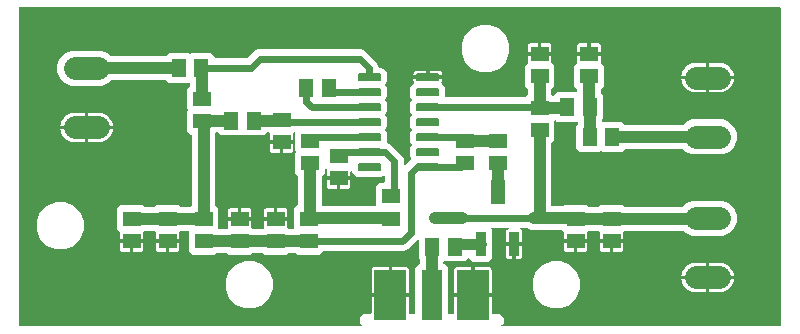
<source format=gbr>
G04 EAGLE Gerber RS-274X export*
G75*
%MOMM*%
%FSLAX34Y34*%
%LPD*%
%INTop Copper*%
%IPPOS*%
%AMOC8*
5,1,8,0,0,1.08239X$1,22.5*%
G01*
%ADD10R,1.300000X1.500000*%
%ADD11R,1.500000X1.300000*%
%ADD12R,0.900000X2.000000*%
%ADD13R,1.300000X2.000000*%
%ADD14C,0.147500*%
%ADD15C,1.981200*%
%ADD16R,1.778000X4.191000*%
%ADD17R,2.667000X4.191000*%
%ADD18C,1.500000*%
%ADD19C,1.000000*%
%ADD20C,0.900000*%
%ADD21C,0.600000*%
%ADD22C,0.906400*%

G36*
X294608Y5093D02*
X294608Y5093D01*
X294681Y5095D01*
X294727Y5112D01*
X294776Y5120D01*
X294841Y5155D01*
X294910Y5181D01*
X294948Y5212D01*
X294991Y5235D01*
X295041Y5289D01*
X295098Y5336D01*
X295124Y5378D01*
X295158Y5413D01*
X295188Y5480D01*
X295227Y5543D01*
X295238Y5591D01*
X295259Y5636D01*
X295266Y5709D01*
X295283Y5780D01*
X295278Y5829D01*
X295283Y5879D01*
X295266Y5950D01*
X295259Y6023D01*
X295239Y6068D01*
X295228Y6116D01*
X295189Y6179D01*
X295159Y6246D01*
X295112Y6302D01*
X295099Y6324D01*
X295086Y6334D01*
X295065Y6360D01*
X293369Y8055D01*
X293369Y12264D01*
X296346Y15241D01*
X302759Y15241D01*
X302783Y15245D01*
X302808Y15242D01*
X302903Y15264D01*
X303000Y15280D01*
X303021Y15292D01*
X303045Y15298D01*
X303129Y15349D01*
X303215Y15395D01*
X303232Y15413D01*
X303253Y15426D01*
X303315Y15502D01*
X303382Y15573D01*
X303392Y15596D01*
X303408Y15615D01*
X303442Y15706D01*
X303483Y15796D01*
X303485Y15820D01*
X303494Y15843D01*
X303508Y15990D01*
X303508Y29815D01*
X318634Y29815D01*
X318658Y29819D01*
X318682Y29816D01*
X318778Y29839D01*
X318875Y29855D01*
X318896Y29866D01*
X318920Y29872D01*
X319003Y29923D01*
X319090Y29970D01*
X319107Y29987D01*
X319127Y30000D01*
X319190Y30076D01*
X319257Y30148D01*
X319267Y30170D01*
X319282Y30189D01*
X319317Y30280D01*
X319358Y30370D01*
X319360Y30394D01*
X319369Y30417D01*
X319383Y30564D01*
X319383Y31315D01*
X319385Y31315D01*
X319385Y30564D01*
X319389Y30540D01*
X319386Y30516D01*
X319409Y30420D01*
X319425Y30323D01*
X319436Y30302D01*
X319442Y30278D01*
X319493Y30194D01*
X319540Y30108D01*
X319557Y30091D01*
X319570Y30071D01*
X319646Y30008D01*
X319718Y29941D01*
X319740Y29931D01*
X319759Y29916D01*
X319850Y29881D01*
X319940Y29840D01*
X319964Y29838D01*
X319987Y29829D01*
X320134Y29815D01*
X335260Y29815D01*
X335260Y15990D01*
X335264Y15966D01*
X335261Y15941D01*
X335283Y15846D01*
X335299Y15749D01*
X335311Y15728D01*
X335317Y15704D01*
X335368Y15620D01*
X335414Y15534D01*
X335432Y15517D01*
X335445Y15496D01*
X335521Y15434D01*
X335592Y15367D01*
X335615Y15357D01*
X335634Y15341D01*
X335725Y15307D01*
X335815Y15266D01*
X335839Y15264D01*
X335862Y15255D01*
X336009Y15241D01*
X339610Y15241D01*
X339634Y15245D01*
X339659Y15242D01*
X339754Y15264D01*
X339851Y15280D01*
X339872Y15292D01*
X339896Y15298D01*
X339980Y15349D01*
X340066Y15395D01*
X340083Y15413D01*
X340104Y15426D01*
X340166Y15502D01*
X340233Y15573D01*
X340243Y15596D01*
X340259Y15615D01*
X340293Y15706D01*
X340334Y15796D01*
X340336Y15820D01*
X340345Y15843D01*
X340359Y15990D01*
X340359Y54373D01*
X343336Y57350D01*
X343500Y57350D01*
X343524Y57354D01*
X343549Y57351D01*
X343644Y57373D01*
X343741Y57389D01*
X343762Y57401D01*
X343786Y57407D01*
X343870Y57458D01*
X343956Y57504D01*
X343973Y57522D01*
X343994Y57535D01*
X344056Y57611D01*
X344123Y57682D01*
X344133Y57705D01*
X344149Y57724D01*
X344183Y57815D01*
X344224Y57905D01*
X344226Y57929D01*
X344235Y57952D01*
X344249Y58099D01*
X344249Y61635D01*
X344233Y61731D01*
X344224Y61828D01*
X344214Y61851D01*
X344210Y61876D01*
X344164Y61962D01*
X344123Y62051D01*
X344102Y62076D01*
X344095Y62091D01*
X344076Y62108D01*
X344030Y62165D01*
X343409Y62786D01*
X343409Y77443D01*
X343397Y77515D01*
X343395Y77588D01*
X343378Y77635D01*
X343370Y77683D01*
X343335Y77748D01*
X343309Y77817D01*
X343278Y77855D01*
X343255Y77899D01*
X343201Y77949D01*
X343154Y78006D01*
X343112Y78032D01*
X343077Y78065D01*
X343010Y78096D01*
X342947Y78135D01*
X342899Y78146D01*
X342854Y78166D01*
X342781Y78173D01*
X342710Y78190D01*
X342661Y78185D01*
X342611Y78190D01*
X342540Y78174D01*
X342467Y78166D01*
X342422Y78146D01*
X342374Y78135D01*
X342311Y78096D01*
X342244Y78066D01*
X342188Y78019D01*
X342166Y78006D01*
X342156Y77993D01*
X342130Y77972D01*
X341022Y76864D01*
X334167Y70009D01*
X331197Y68779D01*
X263520Y68779D01*
X263496Y68775D01*
X263471Y68778D01*
X263376Y68756D01*
X263279Y68740D01*
X263258Y68728D01*
X263234Y68722D01*
X263150Y68671D01*
X263064Y68625D01*
X263047Y68607D01*
X263026Y68594D01*
X262964Y68518D01*
X262897Y68447D01*
X262887Y68424D01*
X262871Y68405D01*
X262842Y68327D01*
X259794Y65279D01*
X240585Y65279D01*
X239305Y66560D01*
X239226Y66617D01*
X239150Y66679D01*
X239127Y66687D01*
X239107Y66702D01*
X239013Y66730D01*
X238922Y66765D01*
X238889Y66768D01*
X238873Y66773D01*
X238848Y66772D01*
X238775Y66779D01*
X233665Y66779D01*
X233568Y66763D01*
X233472Y66754D01*
X233449Y66744D01*
X233424Y66740D01*
X233338Y66694D01*
X233249Y66653D01*
X233224Y66632D01*
X233209Y66625D01*
X233192Y66606D01*
X233135Y66560D01*
X231855Y65279D01*
X212645Y65279D01*
X211365Y66560D01*
X211286Y66617D01*
X211210Y66679D01*
X211187Y66687D01*
X211167Y66702D01*
X211073Y66730D01*
X210982Y66765D01*
X210949Y66768D01*
X210933Y66773D01*
X210908Y66772D01*
X210835Y66779D01*
X203185Y66779D01*
X203089Y66763D01*
X202992Y66754D01*
X202969Y66744D01*
X202944Y66740D01*
X202858Y66694D01*
X202769Y66653D01*
X202744Y66632D01*
X202729Y66625D01*
X202712Y66606D01*
X202655Y66560D01*
X201374Y65279D01*
X182166Y65279D01*
X180885Y66560D01*
X180806Y66617D01*
X180730Y66679D01*
X180707Y66687D01*
X180687Y66702D01*
X180593Y66730D01*
X180502Y66765D01*
X180469Y66768D01*
X180453Y66773D01*
X180428Y66772D01*
X180355Y66779D01*
X172705Y66779D01*
X172608Y66763D01*
X172512Y66754D01*
X172489Y66744D01*
X172464Y66740D01*
X172378Y66694D01*
X172289Y66653D01*
X172264Y66632D01*
X172249Y66625D01*
X172232Y66606D01*
X172175Y66560D01*
X170895Y65279D01*
X151686Y65279D01*
X148709Y68256D01*
X148709Y85030D01*
X148705Y85054D01*
X148708Y85079D01*
X148686Y85174D01*
X148670Y85271D01*
X148658Y85292D01*
X148652Y85316D01*
X148601Y85400D01*
X148555Y85486D01*
X148537Y85503D01*
X148524Y85524D01*
X148448Y85586D01*
X148377Y85653D01*
X148354Y85663D01*
X148335Y85679D01*
X148244Y85713D01*
X148154Y85754D01*
X148130Y85756D01*
X148107Y85765D01*
X147960Y85779D01*
X142225Y85779D01*
X142128Y85763D01*
X142032Y85754D01*
X142009Y85744D01*
X141984Y85740D01*
X141898Y85694D01*
X141809Y85653D01*
X141784Y85632D01*
X141769Y85625D01*
X141752Y85606D01*
X141695Y85560D01*
X140941Y84806D01*
X140898Y84746D01*
X140848Y84693D01*
X140828Y84648D01*
X140799Y84607D01*
X140777Y84537D01*
X140747Y84470D01*
X140742Y84421D01*
X140728Y84374D01*
X140730Y84300D01*
X140723Y84228D01*
X140735Y84155D01*
X140736Y84130D01*
X140742Y84114D01*
X140747Y84082D01*
X140851Y83694D01*
X140851Y78359D01*
X131560Y78359D01*
X131536Y78355D01*
X131512Y78358D01*
X131416Y78335D01*
X131319Y78319D01*
X131298Y78308D01*
X131274Y78302D01*
X131191Y78251D01*
X131104Y78204D01*
X131087Y78187D01*
X131067Y78174D01*
X131004Y78098D01*
X130937Y78026D01*
X130927Y78004D01*
X130912Y77985D01*
X130877Y77894D01*
X130836Y77804D01*
X130834Y77780D01*
X130825Y77757D01*
X130811Y77610D01*
X130811Y76859D01*
X130809Y76859D01*
X130809Y77610D01*
X130805Y77634D01*
X130808Y77658D01*
X130785Y77754D01*
X130769Y77851D01*
X130758Y77872D01*
X130752Y77896D01*
X130701Y77979D01*
X130654Y78066D01*
X130637Y78083D01*
X130624Y78103D01*
X130548Y78166D01*
X130476Y78233D01*
X130454Y78243D01*
X130435Y78258D01*
X130344Y78293D01*
X130254Y78334D01*
X130230Y78336D01*
X130207Y78345D01*
X130060Y78359D01*
X120769Y78359D01*
X120769Y83694D01*
X120873Y84082D01*
X120880Y84155D01*
X120897Y84226D01*
X120892Y84275D01*
X120897Y84325D01*
X120880Y84396D01*
X120873Y84469D01*
X120853Y84514D01*
X120842Y84562D01*
X120803Y84625D01*
X120773Y84691D01*
X120726Y84749D01*
X120713Y84770D01*
X120700Y84780D01*
X120679Y84806D01*
X119925Y85560D01*
X119846Y85617D01*
X119770Y85679D01*
X119747Y85687D01*
X119727Y85702D01*
X119633Y85730D01*
X119542Y85765D01*
X119509Y85768D01*
X119493Y85773D01*
X119468Y85772D01*
X119395Y85779D01*
X111745Y85779D01*
X111649Y85763D01*
X111552Y85754D01*
X111529Y85744D01*
X111504Y85740D01*
X111418Y85694D01*
X111329Y85653D01*
X111304Y85632D01*
X111289Y85625D01*
X111272Y85606D01*
X111215Y85560D01*
X110461Y84806D01*
X110418Y84746D01*
X110368Y84693D01*
X110348Y84648D01*
X110319Y84607D01*
X110297Y84537D01*
X110267Y84470D01*
X110262Y84421D01*
X110248Y84374D01*
X110250Y84300D01*
X110243Y84228D01*
X110255Y84155D01*
X110256Y84130D01*
X110262Y84114D01*
X110267Y84082D01*
X110371Y83694D01*
X110371Y78359D01*
X101080Y78359D01*
X101056Y78355D01*
X101032Y78358D01*
X100936Y78335D01*
X100839Y78319D01*
X100818Y78308D01*
X100794Y78302D01*
X100711Y78251D01*
X100624Y78204D01*
X100607Y78187D01*
X100587Y78174D01*
X100524Y78098D01*
X100457Y78026D01*
X100447Y78004D01*
X100432Y77985D01*
X100397Y77894D01*
X100356Y77804D01*
X100354Y77780D01*
X100345Y77757D01*
X100331Y77610D01*
X100331Y76859D01*
X100329Y76859D01*
X100329Y77610D01*
X100325Y77634D01*
X100328Y77658D01*
X100305Y77754D01*
X100289Y77851D01*
X100278Y77872D01*
X100272Y77896D01*
X100221Y77979D01*
X100174Y78066D01*
X100157Y78083D01*
X100144Y78103D01*
X100068Y78166D01*
X99996Y78233D01*
X99974Y78243D01*
X99955Y78258D01*
X99864Y78293D01*
X99774Y78334D01*
X99750Y78336D01*
X99727Y78345D01*
X99580Y78359D01*
X90289Y78359D01*
X90289Y83694D01*
X90393Y84082D01*
X90400Y84155D01*
X90417Y84226D01*
X90412Y84275D01*
X90417Y84325D01*
X90400Y84396D01*
X90393Y84469D01*
X90373Y84514D01*
X90362Y84562D01*
X90323Y84625D01*
X90293Y84691D01*
X90246Y84749D01*
X90233Y84770D01*
X90220Y84780D01*
X90199Y84806D01*
X87749Y87256D01*
X87749Y104464D01*
X90726Y107441D01*
X109934Y107441D01*
X111215Y106160D01*
X111294Y106103D01*
X111370Y106041D01*
X111393Y106033D01*
X111413Y106018D01*
X111507Y105990D01*
X111598Y105955D01*
X111631Y105952D01*
X111647Y105947D01*
X111672Y105948D01*
X111745Y105941D01*
X119395Y105941D01*
X119492Y105957D01*
X119588Y105966D01*
X119611Y105976D01*
X119636Y105980D01*
X119722Y106026D01*
X119811Y106067D01*
X119836Y106088D01*
X119851Y106095D01*
X119868Y106114D01*
X119925Y106160D01*
X121205Y107441D01*
X140415Y107441D01*
X141695Y106160D01*
X141774Y106103D01*
X141850Y106041D01*
X141873Y106033D01*
X141893Y106018D01*
X141987Y105990D01*
X142078Y105955D01*
X142111Y105952D01*
X142127Y105947D01*
X142152Y105948D01*
X142225Y105941D01*
X149875Y105941D01*
X149972Y105957D01*
X150068Y105966D01*
X150091Y105976D01*
X150116Y105980D01*
X150202Y106026D01*
X150291Y106067D01*
X150316Y106088D01*
X150331Y106095D01*
X150348Y106114D01*
X150405Y106160D01*
X150990Y106745D01*
X151047Y106824D01*
X151109Y106900D01*
X151117Y106923D01*
X151132Y106943D01*
X151160Y107037D01*
X151195Y107128D01*
X151198Y107161D01*
X151203Y107177D01*
X151202Y107202D01*
X151209Y107275D01*
X151209Y166130D01*
X151205Y166154D01*
X151208Y166179D01*
X151186Y166274D01*
X151170Y166371D01*
X151158Y166392D01*
X151152Y166416D01*
X151101Y166500D01*
X151055Y166586D01*
X151037Y166603D01*
X151024Y166624D01*
X150948Y166686D01*
X150877Y166753D01*
X150854Y166763D01*
X150835Y166779D01*
X150744Y166813D01*
X150654Y166854D01*
X150630Y166856D01*
X150607Y166865D01*
X150460Y166879D01*
X150416Y166879D01*
X147439Y169856D01*
X147439Y187065D01*
X147805Y187430D01*
X147819Y187450D01*
X147838Y187466D01*
X147890Y187549D01*
X147947Y187628D01*
X147954Y187652D01*
X147967Y187673D01*
X147989Y187768D01*
X148018Y187862D01*
X148017Y187886D01*
X148023Y187910D01*
X148013Y188008D01*
X148010Y188106D01*
X148001Y188129D01*
X147999Y188153D01*
X147959Y188243D01*
X147924Y188334D01*
X147909Y188353D01*
X147899Y188376D01*
X147805Y188490D01*
X147439Y188856D01*
X147439Y206065D01*
X149720Y208345D01*
X149768Y208413D01*
X149813Y208460D01*
X149821Y208478D01*
X149839Y208500D01*
X149847Y208523D01*
X149862Y208543D01*
X149885Y208619D01*
X149914Y208682D01*
X149916Y208704D01*
X149925Y208728D01*
X149928Y208761D01*
X149933Y208777D01*
X149932Y208802D01*
X149939Y208875D01*
X149939Y210190D01*
X149935Y210214D01*
X149938Y210239D01*
X149916Y210334D01*
X149900Y210431D01*
X149888Y210452D01*
X149882Y210476D01*
X149831Y210560D01*
X149785Y210646D01*
X149767Y210663D01*
X149754Y210684D01*
X149678Y210746D01*
X149607Y210813D01*
X149584Y210823D01*
X149565Y210839D01*
X149474Y210873D01*
X149384Y210914D01*
X149360Y210916D01*
X149337Y210925D01*
X149190Y210939D01*
X131756Y210939D01*
X129729Y212966D01*
X129650Y213023D01*
X129574Y213085D01*
X129551Y213093D01*
X129531Y213108D01*
X129437Y213136D01*
X129346Y213171D01*
X129313Y213174D01*
X129297Y213179D01*
X129272Y213178D01*
X129199Y213185D01*
X83560Y213185D01*
X83464Y213169D01*
X83367Y213160D01*
X83344Y213150D01*
X83319Y213146D01*
X83233Y213100D01*
X83144Y213059D01*
X83119Y213038D01*
X83104Y213031D01*
X83087Y213012D01*
X83030Y212966D01*
X80625Y210561D01*
X75117Y208279D01*
X49343Y208279D01*
X43835Y210561D01*
X39619Y214777D01*
X37337Y220285D01*
X37337Y226247D01*
X39619Y231755D01*
X43835Y235971D01*
X49343Y238253D01*
X75117Y238253D01*
X80625Y235971D01*
X83030Y233566D01*
X83109Y233509D01*
X83185Y233447D01*
X83208Y233439D01*
X83229Y233424D01*
X83322Y233396D01*
X83413Y233361D01*
X83446Y233358D01*
X83462Y233353D01*
X83487Y233354D01*
X83560Y233347D01*
X128691Y233347D01*
X128787Y233363D01*
X128884Y233372D01*
X128907Y233382D01*
X128932Y233386D01*
X129018Y233432D01*
X129107Y233473D01*
X129132Y233494D01*
X129147Y233501D01*
X129164Y233520D01*
X129221Y233566D01*
X131756Y236101D01*
X148965Y236101D01*
X149330Y235735D01*
X149350Y235721D01*
X149366Y235702D01*
X149449Y235650D01*
X149528Y235593D01*
X149552Y235586D01*
X149573Y235573D01*
X149668Y235551D01*
X149762Y235522D01*
X149786Y235523D01*
X149810Y235517D01*
X149908Y235527D01*
X150006Y235530D01*
X150029Y235539D01*
X150053Y235541D01*
X150143Y235581D01*
X150234Y235616D01*
X150253Y235631D01*
X150276Y235641D01*
X150390Y235735D01*
X150756Y236101D01*
X167964Y236101D01*
X170941Y233124D01*
X170941Y232350D01*
X170945Y232326D01*
X170942Y232301D01*
X170964Y232206D01*
X170980Y232109D01*
X170992Y232088D01*
X170998Y232064D01*
X171049Y231980D01*
X171095Y231894D01*
X171113Y231877D01*
X171126Y231856D01*
X171202Y231794D01*
X171273Y231727D01*
X171296Y231717D01*
X171315Y231701D01*
X171406Y231667D01*
X171496Y231626D01*
X171520Y231624D01*
X171543Y231615D01*
X171690Y231601D01*
X197612Y231601D01*
X197709Y231617D01*
X197806Y231626D01*
X197828Y231636D01*
X197853Y231640D01*
X197939Y231686D01*
X198028Y231727D01*
X198054Y231748D01*
X198068Y231755D01*
X198085Y231774D01*
X198142Y231820D01*
X204313Y237991D01*
X207283Y239221D01*
X294977Y239221D01*
X297947Y237991D01*
X300326Y235612D01*
X307841Y228097D01*
X309071Y225127D01*
X309071Y224680D01*
X309075Y224656D01*
X309072Y224631D01*
X309094Y224536D01*
X309110Y224439D01*
X309122Y224418D01*
X309128Y224394D01*
X309179Y224310D01*
X309225Y224224D01*
X309243Y224207D01*
X309256Y224186D01*
X309332Y224124D01*
X309403Y224057D01*
X309426Y224047D01*
X309445Y224031D01*
X309536Y223997D01*
X309626Y223956D01*
X309650Y223954D01*
X309673Y223945D01*
X309820Y223931D01*
X311760Y223931D01*
X313898Y223045D01*
X315535Y221408D01*
X316421Y219270D01*
X316421Y212530D01*
X315535Y210392D01*
X315223Y210080D01*
X315209Y210060D01*
X315190Y210044D01*
X315138Y209961D01*
X315081Y209882D01*
X315074Y209858D01*
X315061Y209837D01*
X315039Y209742D01*
X315010Y209648D01*
X315011Y209624D01*
X315005Y209600D01*
X315015Y209502D01*
X315018Y209404D01*
X315027Y209381D01*
X315029Y209357D01*
X315069Y209267D01*
X315104Y209176D01*
X315119Y209157D01*
X315129Y209134D01*
X315223Y209020D01*
X315535Y208708D01*
X316421Y206570D01*
X316421Y199830D01*
X315535Y197692D01*
X315223Y197380D01*
X315209Y197360D01*
X315190Y197344D01*
X315138Y197261D01*
X315081Y197182D01*
X315074Y197158D01*
X315061Y197137D01*
X315039Y197042D01*
X315010Y196948D01*
X315011Y196924D01*
X315005Y196900D01*
X315015Y196802D01*
X315018Y196704D01*
X315027Y196681D01*
X315029Y196657D01*
X315069Y196567D01*
X315104Y196476D01*
X315119Y196457D01*
X315129Y196434D01*
X315223Y196320D01*
X315535Y196008D01*
X316421Y193870D01*
X316421Y187130D01*
X315535Y184992D01*
X315223Y184680D01*
X315209Y184660D01*
X315190Y184644D01*
X315164Y184602D01*
X315131Y184568D01*
X315112Y184525D01*
X315081Y184482D01*
X315074Y184458D01*
X315061Y184437D01*
X315049Y184386D01*
X315031Y184346D01*
X315026Y184302D01*
X315010Y184248D01*
X315011Y184224D01*
X315005Y184200D01*
X315011Y184144D01*
X315007Y184103D01*
X315016Y184062D01*
X315018Y184004D01*
X315027Y183981D01*
X315029Y183957D01*
X315053Y183904D01*
X315062Y183865D01*
X315083Y183832D01*
X315104Y183776D01*
X315119Y183757D01*
X315129Y183734D01*
X315186Y183666D01*
X315191Y183658D01*
X315195Y183654D01*
X315223Y183620D01*
X315535Y183308D01*
X316421Y181170D01*
X316421Y174430D01*
X315535Y172292D01*
X315223Y171980D01*
X315209Y171960D01*
X315190Y171944D01*
X315138Y171861D01*
X315081Y171782D01*
X315074Y171758D01*
X315061Y171737D01*
X315039Y171642D01*
X315010Y171548D01*
X315011Y171524D01*
X315005Y171500D01*
X315015Y171402D01*
X315018Y171304D01*
X315027Y171281D01*
X315029Y171257D01*
X315069Y171167D01*
X315104Y171076D01*
X315119Y171057D01*
X315129Y171034D01*
X315223Y170920D01*
X315535Y170608D01*
X316421Y168470D01*
X316421Y161730D01*
X316287Y161408D01*
X316282Y161384D01*
X316270Y161362D01*
X316254Y161265D01*
X316232Y161170D01*
X316234Y161146D01*
X316230Y161122D01*
X316246Y161025D01*
X316256Y160927D01*
X316266Y160905D01*
X316270Y160881D01*
X316316Y160794D01*
X316356Y160705D01*
X316373Y160687D01*
X316385Y160665D01*
X316456Y160598D01*
X316523Y160527D01*
X316545Y160515D01*
X316562Y160498D01*
X316693Y160429D01*
X319537Y159251D01*
X327052Y151736D01*
X329431Y149357D01*
X330661Y146387D01*
X330661Y141967D01*
X330673Y141895D01*
X330675Y141821D01*
X330692Y141775D01*
X330700Y141727D01*
X330735Y141662D01*
X330761Y141593D01*
X330792Y141555D01*
X330815Y141511D01*
X330869Y141461D01*
X330916Y141404D01*
X330957Y141378D01*
X330993Y141345D01*
X331060Y141314D01*
X331123Y141275D01*
X331171Y141264D01*
X331216Y141244D01*
X331289Y141237D01*
X331360Y141220D01*
X331409Y141225D01*
X331459Y141220D01*
X331530Y141236D01*
X331603Y141244D01*
X331648Y141264D01*
X331696Y141275D01*
X331759Y141314D01*
X331826Y141344D01*
X331882Y141391D01*
X331904Y141404D01*
X331914Y141417D01*
X331940Y141438D01*
X332078Y141576D01*
X334674Y144172D01*
X336935Y146432D01*
X337005Y146530D01*
X337077Y146630D01*
X337077Y146631D01*
X337109Y146738D01*
X337148Y146864D01*
X337144Y146975D01*
X337140Y147108D01*
X337139Y147109D01*
X337097Y147249D01*
X336359Y149030D01*
X336359Y155770D01*
X337245Y157908D01*
X337557Y158220D01*
X337571Y158240D01*
X337590Y158256D01*
X337642Y158339D01*
X337699Y158418D01*
X337706Y158442D01*
X337719Y158463D01*
X337741Y158558D01*
X337770Y158652D01*
X337769Y158676D01*
X337775Y158700D01*
X337765Y158798D01*
X337762Y158896D01*
X337753Y158919D01*
X337751Y158943D01*
X337711Y159033D01*
X337676Y159124D01*
X337661Y159143D01*
X337651Y159166D01*
X337557Y159280D01*
X337245Y159592D01*
X336359Y161730D01*
X336359Y168470D01*
X337245Y170608D01*
X337557Y170920D01*
X337571Y170940D01*
X337590Y170956D01*
X337642Y171039D01*
X337699Y171118D01*
X337706Y171142D01*
X337719Y171163D01*
X337741Y171258D01*
X337770Y171352D01*
X337769Y171376D01*
X337775Y171400D01*
X337765Y171498D01*
X337762Y171596D01*
X337753Y171619D01*
X337751Y171643D01*
X337711Y171733D01*
X337676Y171824D01*
X337661Y171843D01*
X337651Y171866D01*
X337557Y171980D01*
X337245Y172292D01*
X336359Y174430D01*
X336359Y181170D01*
X337245Y183308D01*
X337557Y183620D01*
X337571Y183640D01*
X337590Y183656D01*
X337622Y183707D01*
X337648Y183735D01*
X337664Y183770D01*
X337699Y183818D01*
X337706Y183842D01*
X337719Y183863D01*
X337733Y183921D01*
X337749Y183957D01*
X337753Y183997D01*
X337770Y184052D01*
X337769Y184076D01*
X337775Y184100D01*
X337769Y184158D01*
X337773Y184200D01*
X337764Y184241D01*
X337762Y184296D01*
X337753Y184319D01*
X337751Y184343D01*
X337728Y184393D01*
X337718Y184438D01*
X337694Y184476D01*
X337676Y184524D01*
X337661Y184543D01*
X337651Y184566D01*
X337602Y184625D01*
X337589Y184645D01*
X337577Y184655D01*
X337557Y184680D01*
X337245Y184992D01*
X336359Y187130D01*
X336359Y193870D01*
X337245Y196008D01*
X337557Y196320D01*
X337571Y196340D01*
X337590Y196356D01*
X337642Y196439D01*
X337699Y196519D01*
X337706Y196542D01*
X337719Y196563D01*
X337742Y196658D01*
X337770Y196752D01*
X337769Y196777D01*
X337775Y196800D01*
X337765Y196898D01*
X337762Y196996D01*
X337753Y197019D01*
X337751Y197043D01*
X337711Y197133D01*
X337676Y197224D01*
X337661Y197243D01*
X337651Y197266D01*
X337557Y197380D01*
X337245Y197692D01*
X336359Y199830D01*
X336359Y206570D01*
X337245Y208708D01*
X338882Y210345D01*
X339262Y210502D01*
X339303Y210528D01*
X339350Y210546D01*
X339406Y210592D01*
X339469Y210631D01*
X339500Y210669D01*
X339538Y210701D01*
X339577Y210763D01*
X339624Y210820D01*
X339641Y210866D01*
X339667Y210908D01*
X339684Y210979D01*
X339710Y211048D01*
X339711Y211097D01*
X339722Y211145D01*
X339715Y211219D01*
X339718Y211292D01*
X339703Y211339D01*
X339699Y211388D01*
X339668Y211455D01*
X339647Y211525D01*
X339618Y211566D01*
X339598Y211611D01*
X339575Y211638D01*
X339123Y212422D01*
X338899Y213256D01*
X338899Y214426D01*
X350465Y214426D01*
X350489Y214430D01*
X350513Y214427D01*
X350609Y214449D01*
X350706Y214465D01*
X350727Y214477D01*
X350751Y214483D01*
X350834Y214534D01*
X350921Y214580D01*
X350937Y214598D01*
X350958Y214611D01*
X351021Y214687D01*
X351088Y214758D01*
X351098Y214781D01*
X351113Y214800D01*
X351148Y214891D01*
X351188Y214981D01*
X351191Y215005D01*
X351193Y215011D01*
X351206Y214934D01*
X351217Y214913D01*
X351223Y214889D01*
X351275Y214805D01*
X351321Y214719D01*
X351339Y214702D01*
X351351Y214681D01*
X351427Y214619D01*
X351499Y214552D01*
X351521Y214542D01*
X351540Y214526D01*
X351632Y214492D01*
X351721Y214451D01*
X351745Y214449D01*
X351768Y214440D01*
X351915Y214426D01*
X363481Y214426D01*
X363481Y213256D01*
X363363Y212817D01*
X363257Y212422D01*
X362813Y211653D01*
X362811Y211651D01*
X362797Y211626D01*
X362776Y211589D01*
X362774Y211583D01*
X362734Y211526D01*
X362719Y211479D01*
X362696Y211436D01*
X362684Y211363D01*
X362662Y211293D01*
X362664Y211244D01*
X362656Y211195D01*
X362668Y211123D01*
X362670Y211049D01*
X362688Y211003D01*
X362696Y210954D01*
X362730Y210890D01*
X362756Y210821D01*
X362787Y210782D01*
X362810Y210739D01*
X362864Y210689D01*
X362910Y210632D01*
X362952Y210606D01*
X362988Y210572D01*
X363116Y210504D01*
X363117Y210503D01*
X363118Y210503D01*
X363118Y210502D01*
X363498Y210345D01*
X365135Y208708D01*
X366021Y206570D01*
X366021Y199830D01*
X365932Y199617D01*
X365921Y199569D01*
X365901Y199524D01*
X365894Y199451D01*
X365877Y199379D01*
X365882Y199330D01*
X365877Y199281D01*
X365894Y199210D01*
X365901Y199136D01*
X365921Y199092D01*
X365932Y199044D01*
X365971Y198981D01*
X366001Y198914D01*
X366035Y198878D01*
X366061Y198836D01*
X366118Y198790D01*
X366168Y198736D01*
X366211Y198713D01*
X366249Y198681D01*
X366318Y198656D01*
X366383Y198621D01*
X366432Y198613D01*
X366478Y198595D01*
X366623Y198581D01*
X366624Y198581D01*
X366625Y198581D01*
X433015Y198581D01*
X433112Y198597D01*
X433208Y198606D01*
X433231Y198616D01*
X433256Y198620D01*
X433342Y198666D01*
X433431Y198707D01*
X433456Y198728D01*
X433471Y198735D01*
X433488Y198754D01*
X433545Y198800D01*
X435470Y200725D01*
X435527Y200804D01*
X435589Y200880D01*
X435597Y200903D01*
X435612Y200923D01*
X435640Y201017D01*
X435675Y201108D01*
X435678Y201141D01*
X435683Y201157D01*
X435682Y201182D01*
X435689Y201255D01*
X435689Y205145D01*
X435686Y205164D01*
X435688Y205179D01*
X435674Y205239D01*
X435673Y205241D01*
X435664Y205338D01*
X435654Y205361D01*
X435650Y205386D01*
X435604Y205472D01*
X435563Y205561D01*
X435542Y205586D01*
X435535Y205601D01*
X435516Y205618D01*
X435470Y205675D01*
X433189Y207956D01*
X433189Y225164D01*
X435639Y227614D01*
X435682Y227674D01*
X435732Y227727D01*
X435752Y227772D01*
X435781Y227813D01*
X435803Y227883D01*
X435833Y227950D01*
X435838Y227999D01*
X435852Y228046D01*
X435850Y228120D01*
X435857Y228192D01*
X435845Y228265D01*
X435844Y228290D01*
X435838Y228306D01*
X435833Y228338D01*
X435729Y228726D01*
X435729Y234061D01*
X445020Y234061D01*
X445044Y234065D01*
X445068Y234062D01*
X445164Y234085D01*
X445261Y234101D01*
X445282Y234112D01*
X445306Y234118D01*
X445389Y234169D01*
X445476Y234216D01*
X445493Y234233D01*
X445513Y234246D01*
X445576Y234322D01*
X445643Y234394D01*
X445653Y234416D01*
X445668Y234435D01*
X445703Y234526D01*
X445744Y234616D01*
X445746Y234640D01*
X445755Y234663D01*
X445769Y234810D01*
X445769Y235561D01*
X445771Y235561D01*
X445771Y234810D01*
X445775Y234786D01*
X445772Y234762D01*
X445795Y234666D01*
X445811Y234569D01*
X445822Y234548D01*
X445828Y234524D01*
X445879Y234440D01*
X445926Y234354D01*
X445943Y234337D01*
X445956Y234317D01*
X446032Y234254D01*
X446104Y234187D01*
X446126Y234177D01*
X446145Y234162D01*
X446236Y234127D01*
X446326Y234086D01*
X446350Y234084D01*
X446373Y234075D01*
X446520Y234061D01*
X455811Y234061D01*
X455811Y228726D01*
X455764Y228552D01*
X455764Y228551D01*
X455707Y228338D01*
X455700Y228265D01*
X455683Y228194D01*
X455688Y228145D01*
X455683Y228095D01*
X455700Y228024D01*
X455707Y227951D01*
X455727Y227906D01*
X455738Y227858D01*
X455777Y227795D01*
X455807Y227729D01*
X455854Y227671D01*
X455867Y227650D01*
X455880Y227640D01*
X455901Y227614D01*
X458351Y225164D01*
X458351Y207956D01*
X456070Y205675D01*
X456013Y205596D01*
X455951Y205520D01*
X455943Y205497D01*
X455928Y205477D01*
X455900Y205383D01*
X455884Y205341D01*
X455876Y205325D01*
X455876Y205320D01*
X455865Y205292D01*
X455862Y205259D01*
X455857Y205243D01*
X455858Y205218D01*
X455851Y205145D01*
X455851Y201255D01*
X455867Y201158D01*
X455876Y201062D01*
X455886Y201039D01*
X455890Y201014D01*
X455936Y200928D01*
X455977Y200839D01*
X455998Y200814D01*
X456005Y200799D01*
X456024Y200782D01*
X456070Y200725D01*
X456655Y200140D01*
X456734Y200083D01*
X456810Y200021D01*
X456833Y200013D01*
X456853Y199998D01*
X456947Y199970D01*
X457038Y199935D01*
X457071Y199932D01*
X457087Y199927D01*
X457112Y199928D01*
X457164Y199923D01*
X457166Y199922D01*
X457167Y199923D01*
X457185Y199921D01*
X457215Y199921D01*
X457295Y199934D01*
X457331Y199935D01*
X457343Y199940D01*
X457408Y199946D01*
X457431Y199956D01*
X457456Y199960D01*
X457542Y200006D01*
X457631Y200047D01*
X457656Y200068D01*
X457671Y200075D01*
X457688Y200094D01*
X457745Y200140D01*
X460686Y203081D01*
X476850Y203081D01*
X476874Y203085D01*
X476899Y203082D01*
X476994Y203104D01*
X477091Y203120D01*
X477112Y203132D01*
X477136Y203138D01*
X477220Y203189D01*
X477306Y203235D01*
X477323Y203253D01*
X477344Y203266D01*
X477406Y203342D01*
X477473Y203413D01*
X477483Y203436D01*
X477499Y203455D01*
X477533Y203546D01*
X477574Y203636D01*
X477576Y203660D01*
X477585Y203683D01*
X477599Y203830D01*
X477599Y205145D01*
X477596Y205164D01*
X477598Y205179D01*
X477584Y205239D01*
X477583Y205241D01*
X477574Y205338D01*
X477564Y205361D01*
X477560Y205386D01*
X477514Y205472D01*
X477473Y205561D01*
X477452Y205586D01*
X477445Y205601D01*
X477426Y205618D01*
X477380Y205675D01*
X475099Y207956D01*
X475099Y225164D01*
X477549Y227614D01*
X477592Y227674D01*
X477642Y227727D01*
X477662Y227772D01*
X477691Y227813D01*
X477713Y227883D01*
X477743Y227950D01*
X477748Y227999D01*
X477762Y228046D01*
X477760Y228120D01*
X477767Y228192D01*
X477755Y228265D01*
X477754Y228290D01*
X477748Y228306D01*
X477743Y228338D01*
X477639Y228726D01*
X477639Y234061D01*
X486930Y234061D01*
X486954Y234065D01*
X486978Y234062D01*
X487074Y234085D01*
X487171Y234101D01*
X487192Y234112D01*
X487216Y234118D01*
X487299Y234169D01*
X487386Y234216D01*
X487403Y234233D01*
X487423Y234246D01*
X487486Y234322D01*
X487553Y234394D01*
X487563Y234416D01*
X487578Y234435D01*
X487613Y234526D01*
X487654Y234616D01*
X487656Y234640D01*
X487665Y234663D01*
X487679Y234810D01*
X487679Y235561D01*
X487681Y235561D01*
X487681Y234810D01*
X487685Y234786D01*
X487682Y234762D01*
X487705Y234666D01*
X487721Y234569D01*
X487732Y234548D01*
X487738Y234524D01*
X487789Y234440D01*
X487836Y234354D01*
X487853Y234337D01*
X487866Y234317D01*
X487942Y234254D01*
X488014Y234187D01*
X488036Y234177D01*
X488055Y234162D01*
X488146Y234127D01*
X488236Y234086D01*
X488260Y234084D01*
X488283Y234075D01*
X488430Y234061D01*
X497721Y234061D01*
X497721Y228726D01*
X497674Y228552D01*
X497674Y228551D01*
X497617Y228338D01*
X497610Y228265D01*
X497593Y228194D01*
X497598Y228145D01*
X497593Y228095D01*
X497610Y228024D01*
X497617Y227951D01*
X497637Y227906D01*
X497648Y227858D01*
X497687Y227795D01*
X497717Y227729D01*
X497764Y227671D01*
X497777Y227650D01*
X497790Y227640D01*
X497811Y227614D01*
X500261Y225164D01*
X500261Y207956D01*
X497980Y205675D01*
X497923Y205596D01*
X497861Y205520D01*
X497853Y205497D01*
X497838Y205477D01*
X497810Y205383D01*
X497794Y205341D01*
X497786Y205325D01*
X497786Y205320D01*
X497775Y205292D01*
X497772Y205259D01*
X497767Y205243D01*
X497768Y205218D01*
X497761Y205145D01*
X497761Y202525D01*
X497777Y202428D01*
X497786Y202332D01*
X497796Y202309D01*
X497800Y202284D01*
X497846Y202198D01*
X497887Y202109D01*
X497908Y202084D01*
X497915Y202069D01*
X497934Y202052D01*
X497980Y201995D01*
X499871Y200105D01*
X499871Y180895D01*
X498590Y179615D01*
X498533Y179536D01*
X498471Y179460D01*
X498463Y179437D01*
X498448Y179417D01*
X498420Y179323D01*
X498385Y179232D01*
X498382Y179199D01*
X498377Y179183D01*
X498378Y179158D01*
X498371Y179085D01*
X498371Y178430D01*
X498375Y178406D01*
X498372Y178381D01*
X498394Y178286D01*
X498410Y178189D01*
X498422Y178168D01*
X498428Y178144D01*
X498479Y178060D01*
X498525Y177974D01*
X498543Y177957D01*
X498556Y177936D01*
X498632Y177874D01*
X498703Y177807D01*
X498726Y177797D01*
X498745Y177781D01*
X498836Y177747D01*
X498926Y177706D01*
X498950Y177704D01*
X498973Y177695D01*
X499120Y177681D01*
X515944Y177681D01*
X518225Y175400D01*
X518304Y175343D01*
X518380Y175281D01*
X518403Y175273D01*
X518423Y175258D01*
X518517Y175230D01*
X518608Y175195D01*
X518641Y175192D01*
X518657Y175187D01*
X518682Y175188D01*
X518755Y175181D01*
X566426Y175181D01*
X566522Y175197D01*
X566619Y175206D01*
X566642Y175216D01*
X566667Y175220D01*
X566753Y175266D01*
X566841Y175307D01*
X566867Y175328D01*
X566882Y175335D01*
X566899Y175354D01*
X566956Y175400D01*
X569615Y178059D01*
X575123Y180341D01*
X600897Y180341D01*
X606405Y178059D01*
X610621Y173843D01*
X612903Y168335D01*
X612903Y162373D01*
X610621Y156865D01*
X606405Y152649D01*
X600897Y150367D01*
X575123Y150367D01*
X569615Y152649D01*
X567464Y154800D01*
X567384Y154857D01*
X567309Y154919D01*
X567286Y154927D01*
X567265Y154942D01*
X567172Y154970D01*
X567081Y155005D01*
X567048Y155008D01*
X567032Y155013D01*
X567007Y155012D01*
X566934Y155019D01*
X518755Y155019D01*
X518659Y155003D01*
X518562Y154994D01*
X518539Y154984D01*
X518514Y154980D01*
X518428Y154934D01*
X518339Y154893D01*
X518314Y154872D01*
X518299Y154865D01*
X518282Y154846D01*
X518225Y154800D01*
X515944Y152519D01*
X498736Y152519D01*
X498370Y152885D01*
X498350Y152899D01*
X498334Y152918D01*
X498251Y152970D01*
X498171Y153027D01*
X498148Y153034D01*
X498127Y153047D01*
X498032Y153069D01*
X497938Y153098D01*
X497913Y153097D01*
X497890Y153103D01*
X497792Y153093D01*
X497694Y153090D01*
X497671Y153081D01*
X497647Y153079D01*
X497557Y153039D01*
X497466Y153004D01*
X497447Y152989D01*
X497424Y152979D01*
X497310Y152885D01*
X496945Y152519D01*
X479736Y152519D01*
X476759Y155496D01*
X476759Y174704D01*
X477990Y175935D01*
X478047Y176014D01*
X478109Y176090D01*
X478117Y176113D01*
X478132Y176133D01*
X478160Y176227D01*
X478195Y176318D01*
X478198Y176351D01*
X478203Y176367D01*
X478202Y176392D01*
X478209Y176465D01*
X478209Y177170D01*
X478205Y177194D01*
X478208Y177219D01*
X478186Y177314D01*
X478170Y177411D01*
X478158Y177432D01*
X478152Y177456D01*
X478101Y177540D01*
X478055Y177626D01*
X478037Y177643D01*
X478024Y177664D01*
X477948Y177726D01*
X477877Y177793D01*
X477854Y177803D01*
X477835Y177819D01*
X477744Y177853D01*
X477654Y177894D01*
X477630Y177896D01*
X477607Y177905D01*
X477460Y177919D01*
X460685Y177919D01*
X459630Y178975D01*
X459570Y179018D01*
X459516Y179068D01*
X459472Y179088D01*
X459431Y179117D01*
X459361Y179138D01*
X459294Y179169D01*
X459245Y179174D01*
X459198Y179188D01*
X459125Y179186D01*
X459051Y179193D01*
X459003Y179182D01*
X458954Y179180D01*
X458885Y179154D01*
X458814Y179138D01*
X458772Y179112D01*
X458726Y179094D01*
X458669Y179048D01*
X458606Y179009D01*
X458575Y178971D01*
X458537Y178940D01*
X458498Y178877D01*
X458451Y178820D01*
X458434Y178774D01*
X458408Y178732D01*
X458391Y178661D01*
X458365Y178592D01*
X458358Y178519D01*
X458352Y178495D01*
X458354Y178478D01*
X458351Y178445D01*
X458351Y162235D01*
X456070Y159955D01*
X456027Y159895D01*
X455978Y159843D01*
X455968Y159821D01*
X455951Y159800D01*
X455943Y159777D01*
X455928Y159757D01*
X455906Y159683D01*
X455877Y159621D01*
X455875Y159598D01*
X455865Y159572D01*
X455862Y159539D01*
X455857Y159523D01*
X455858Y159498D01*
X455851Y159425D01*
X455851Y107350D01*
X455855Y107326D01*
X455852Y107301D01*
X455874Y107206D01*
X455890Y107109D01*
X455902Y107088D01*
X455908Y107064D01*
X455959Y106980D01*
X456005Y106894D01*
X456023Y106877D01*
X456036Y106856D01*
X456112Y106794D01*
X456183Y106727D01*
X456206Y106717D01*
X456225Y106701D01*
X456316Y106667D01*
X456406Y106626D01*
X456430Y106624D01*
X456453Y106615D01*
X456600Y106601D01*
X465495Y106601D01*
X465591Y106617D01*
X465688Y106626D01*
X465711Y106636D01*
X465736Y106640D01*
X465822Y106686D01*
X465911Y106727D01*
X465936Y106748D01*
X465951Y106755D01*
X465968Y106774D01*
X466025Y106820D01*
X466646Y107441D01*
X485854Y107441D01*
X487135Y106160D01*
X487214Y106103D01*
X487290Y106041D01*
X487313Y106033D01*
X487333Y106018D01*
X487427Y105990D01*
X487518Y105955D01*
X487551Y105952D01*
X487567Y105947D01*
X487592Y105948D01*
X487665Y105941D01*
X495315Y105941D01*
X495411Y105957D01*
X495508Y105966D01*
X495531Y105976D01*
X495556Y105980D01*
X495642Y106026D01*
X495731Y106067D01*
X495756Y106088D01*
X495771Y106095D01*
X495788Y106114D01*
X495845Y106160D01*
X497126Y107441D01*
X516334Y107441D01*
X517615Y106160D01*
X517694Y106103D01*
X517770Y106041D01*
X517793Y106033D01*
X517813Y106018D01*
X517907Y105990D01*
X517998Y105955D01*
X518031Y105952D01*
X518047Y105947D01*
X518072Y105948D01*
X518145Y105941D01*
X566274Y105941D01*
X566370Y105957D01*
X566467Y105966D01*
X566490Y105976D01*
X566515Y105980D01*
X566601Y106026D01*
X566689Y106067D01*
X566715Y106088D01*
X566730Y106095D01*
X566747Y106114D01*
X566804Y106160D01*
X569615Y108971D01*
X575123Y111253D01*
X600897Y111253D01*
X606405Y108971D01*
X610621Y104755D01*
X612903Y99247D01*
X612903Y93285D01*
X610621Y87777D01*
X606405Y83561D01*
X600897Y81279D01*
X575123Y81279D01*
X569615Y83561D01*
X567616Y85560D01*
X567536Y85617D01*
X567461Y85679D01*
X567438Y85687D01*
X567417Y85702D01*
X567324Y85730D01*
X567233Y85765D01*
X567200Y85768D01*
X567184Y85773D01*
X567159Y85772D01*
X567086Y85779D01*
X518145Y85779D01*
X518049Y85763D01*
X517952Y85754D01*
X517929Y85744D01*
X517904Y85740D01*
X517818Y85694D01*
X517729Y85653D01*
X517704Y85632D01*
X517689Y85625D01*
X517672Y85606D01*
X517615Y85560D01*
X516861Y84806D01*
X516818Y84746D01*
X516768Y84693D01*
X516748Y84648D01*
X516719Y84607D01*
X516697Y84537D01*
X516667Y84470D01*
X516662Y84421D01*
X516648Y84374D01*
X516650Y84300D01*
X516643Y84228D01*
X516655Y84155D01*
X516656Y84130D01*
X516662Y84114D01*
X516667Y84082D01*
X516771Y83694D01*
X516771Y78359D01*
X507480Y78359D01*
X507456Y78355D01*
X507432Y78358D01*
X507336Y78335D01*
X507239Y78319D01*
X507218Y78308D01*
X507194Y78302D01*
X507111Y78251D01*
X507024Y78204D01*
X507007Y78187D01*
X506987Y78174D01*
X506924Y78098D01*
X506857Y78026D01*
X506847Y78004D01*
X506832Y77985D01*
X506797Y77894D01*
X506756Y77804D01*
X506754Y77780D01*
X506745Y77757D01*
X506731Y77610D01*
X506731Y76859D01*
X506729Y76859D01*
X506729Y77610D01*
X506725Y77634D01*
X506728Y77658D01*
X506705Y77754D01*
X506689Y77851D01*
X506678Y77872D01*
X506672Y77896D01*
X506621Y77979D01*
X506574Y78066D01*
X506557Y78083D01*
X506544Y78103D01*
X506468Y78166D01*
X506396Y78233D01*
X506374Y78243D01*
X506355Y78258D01*
X506264Y78293D01*
X506174Y78334D01*
X506150Y78336D01*
X506127Y78345D01*
X505980Y78359D01*
X496689Y78359D01*
X496689Y83694D01*
X496793Y84082D01*
X496800Y84155D01*
X496817Y84226D01*
X496812Y84275D01*
X496817Y84325D01*
X496800Y84396D01*
X496793Y84469D01*
X496773Y84514D01*
X496762Y84562D01*
X496723Y84625D01*
X496693Y84691D01*
X496646Y84749D01*
X496633Y84770D01*
X496620Y84780D01*
X496599Y84806D01*
X495845Y85560D01*
X495766Y85617D01*
X495690Y85679D01*
X495667Y85687D01*
X495647Y85702D01*
X495553Y85730D01*
X495462Y85765D01*
X495429Y85768D01*
X495413Y85773D01*
X495388Y85772D01*
X495315Y85779D01*
X487665Y85779D01*
X487569Y85763D01*
X487472Y85754D01*
X487449Y85744D01*
X487424Y85740D01*
X487338Y85694D01*
X487249Y85653D01*
X487224Y85632D01*
X487209Y85625D01*
X487192Y85606D01*
X487135Y85560D01*
X486381Y84806D01*
X486338Y84746D01*
X486288Y84693D01*
X486268Y84648D01*
X486239Y84607D01*
X486217Y84537D01*
X486187Y84470D01*
X486182Y84421D01*
X486168Y84374D01*
X486170Y84300D01*
X486163Y84228D01*
X486175Y84155D01*
X486176Y84130D01*
X486182Y84114D01*
X486187Y84082D01*
X486291Y83694D01*
X486291Y78359D01*
X477000Y78359D01*
X476976Y78355D01*
X476952Y78358D01*
X476856Y78335D01*
X476759Y78319D01*
X476738Y78308D01*
X476714Y78302D01*
X476631Y78251D01*
X476544Y78204D01*
X476527Y78187D01*
X476507Y78174D01*
X476444Y78098D01*
X476377Y78026D01*
X476367Y78004D01*
X476352Y77985D01*
X476317Y77894D01*
X476276Y77804D01*
X476274Y77780D01*
X476265Y77757D01*
X476251Y77610D01*
X476251Y76859D01*
X476249Y76859D01*
X476249Y77610D01*
X476245Y77634D01*
X476248Y77658D01*
X476225Y77754D01*
X476209Y77851D01*
X476198Y77872D01*
X476192Y77896D01*
X476141Y77979D01*
X476094Y78066D01*
X476077Y78083D01*
X476064Y78103D01*
X475988Y78166D01*
X475916Y78233D01*
X475894Y78243D01*
X475875Y78258D01*
X475784Y78293D01*
X475694Y78334D01*
X475670Y78336D01*
X475647Y78345D01*
X475500Y78359D01*
X466209Y78359D01*
X466209Y83694D01*
X466313Y84082D01*
X466320Y84155D01*
X466337Y84226D01*
X466332Y84275D01*
X466337Y84325D01*
X466320Y84396D01*
X466313Y84469D01*
X466293Y84514D01*
X466282Y84562D01*
X466243Y84625D01*
X466213Y84691D01*
X466166Y84749D01*
X466153Y84770D01*
X466140Y84780D01*
X466119Y84806D01*
X464705Y86220D01*
X464626Y86277D01*
X464550Y86339D01*
X464527Y86347D01*
X464507Y86362D01*
X464413Y86390D01*
X464322Y86425D01*
X464289Y86428D01*
X464273Y86433D01*
X464248Y86432D01*
X464175Y86439D01*
X438685Y86439D01*
X434980Y87974D01*
X434734Y88220D01*
X434654Y88277D01*
X434579Y88339D01*
X434556Y88347D01*
X434536Y88362D01*
X434442Y88390D01*
X434351Y88425D01*
X434318Y88428D01*
X434302Y88433D01*
X434277Y88432D01*
X434204Y88439D01*
X429591Y88439D01*
X429566Y88435D01*
X429542Y88438D01*
X429447Y88415D01*
X429350Y88400D01*
X429328Y88388D01*
X429304Y88382D01*
X429221Y88331D01*
X429135Y88285D01*
X429118Y88267D01*
X429097Y88254D01*
X429035Y88178D01*
X428968Y88107D01*
X428958Y88084D01*
X428942Y88065D01*
X428908Y87973D01*
X428867Y87884D01*
X428865Y87860D01*
X428856Y87837D01*
X428853Y87739D01*
X428843Y87641D01*
X428849Y87617D01*
X428848Y87593D01*
X428876Y87499D01*
X428898Y87404D01*
X428911Y87383D01*
X428919Y87359D01*
X428975Y87280D01*
X429027Y87196D01*
X429046Y87181D01*
X429060Y87161D01*
X429140Y87104D01*
X429216Y87042D01*
X429239Y87033D01*
X429259Y87018D01*
X429397Y86966D01*
X429691Y86888D01*
X430270Y86553D01*
X430743Y86080D01*
X431078Y85501D01*
X431251Y84854D01*
X431251Y76019D01*
X424960Y76019D01*
X424936Y76015D01*
X424912Y76018D01*
X424816Y75995D01*
X424719Y75979D01*
X424698Y75968D01*
X424674Y75962D01*
X424591Y75911D01*
X424504Y75864D01*
X424487Y75847D01*
X424467Y75834D01*
X424404Y75758D01*
X424337Y75686D01*
X424327Y75664D01*
X424312Y75645D01*
X424277Y75554D01*
X424236Y75464D01*
X424234Y75440D01*
X424225Y75417D01*
X424211Y75270D01*
X424211Y74519D01*
X424209Y74519D01*
X424209Y75270D01*
X424205Y75294D01*
X424208Y75318D01*
X424185Y75414D01*
X424169Y75511D01*
X424158Y75532D01*
X424152Y75556D01*
X424101Y75639D01*
X424054Y75726D01*
X424037Y75743D01*
X424024Y75763D01*
X423948Y75826D01*
X423876Y75893D01*
X423854Y75903D01*
X423835Y75918D01*
X423744Y75953D01*
X423654Y75994D01*
X423630Y75996D01*
X423607Y76005D01*
X423460Y76019D01*
X417169Y76019D01*
X417169Y84854D01*
X417342Y85501D01*
X417677Y86080D01*
X418150Y86553D01*
X418729Y86888D01*
X419023Y86966D01*
X419046Y86976D01*
X419070Y86980D01*
X419156Y87027D01*
X419245Y87067D01*
X419263Y87084D01*
X419285Y87095D01*
X419352Y87167D01*
X419424Y87234D01*
X419435Y87256D01*
X419452Y87274D01*
X419492Y87362D01*
X419539Y87449D01*
X419543Y87473D01*
X419553Y87496D01*
X419562Y87593D01*
X419578Y87690D01*
X419574Y87714D01*
X419577Y87739D01*
X419555Y87834D01*
X419539Y87930D01*
X419527Y87952D01*
X419522Y87976D01*
X419470Y88060D01*
X419424Y88146D01*
X419406Y88163D01*
X419393Y88184D01*
X419317Y88246D01*
X419246Y88313D01*
X419223Y88323D01*
X419204Y88339D01*
X419113Y88373D01*
X419024Y88414D01*
X418999Y88416D01*
X418976Y88425D01*
X418829Y88439D01*
X405785Y88439D01*
X405712Y88427D01*
X405639Y88425D01*
X405593Y88408D01*
X405544Y88400D01*
X405479Y88365D01*
X405410Y88339D01*
X405372Y88308D01*
X405329Y88285D01*
X405279Y88231D01*
X405222Y88184D01*
X405196Y88142D01*
X405162Y88107D01*
X405132Y88040D01*
X405093Y87977D01*
X405082Y87929D01*
X405061Y87884D01*
X405054Y87811D01*
X405037Y87740D01*
X405042Y87691D01*
X405037Y87641D01*
X405054Y87570D01*
X405061Y87497D01*
X405081Y87452D01*
X405092Y87404D01*
X405131Y87341D01*
X405161Y87274D01*
X405208Y87218D01*
X405221Y87196D01*
X405234Y87186D01*
X405255Y87160D01*
X405791Y86625D01*
X405791Y62416D01*
X402814Y59439D01*
X389606Y59439D01*
X386445Y62600D01*
X386425Y62614D01*
X386409Y62633D01*
X386326Y62685D01*
X386246Y62742D01*
X386223Y62749D01*
X386202Y62762D01*
X386107Y62784D01*
X386013Y62813D01*
X385988Y62812D01*
X385965Y62818D01*
X385867Y62808D01*
X385769Y62805D01*
X385746Y62796D01*
X385722Y62794D01*
X385633Y62754D01*
X385541Y62719D01*
X385522Y62704D01*
X385499Y62694D01*
X385385Y62600D01*
X382594Y59809D01*
X365160Y59809D01*
X365136Y59805D01*
X365111Y59808D01*
X365016Y59786D01*
X364919Y59770D01*
X364898Y59758D01*
X364874Y59752D01*
X364790Y59701D01*
X364704Y59655D01*
X364687Y59637D01*
X364666Y59624D01*
X364604Y59548D01*
X364537Y59477D01*
X364527Y59454D01*
X364511Y59435D01*
X364477Y59344D01*
X364436Y59254D01*
X364434Y59230D01*
X364425Y59207D01*
X364411Y59060D01*
X364411Y58099D01*
X364415Y58075D01*
X364412Y58050D01*
X364434Y57955D01*
X364450Y57858D01*
X364462Y57837D01*
X364468Y57813D01*
X364519Y57729D01*
X364565Y57643D01*
X364583Y57626D01*
X364596Y57605D01*
X364672Y57543D01*
X364743Y57476D01*
X364766Y57466D01*
X364785Y57450D01*
X364876Y57416D01*
X364966Y57375D01*
X364990Y57373D01*
X365013Y57364D01*
X365160Y57350D01*
X365324Y57350D01*
X368301Y54373D01*
X368301Y15990D01*
X368305Y15966D01*
X368302Y15941D01*
X368324Y15846D01*
X368340Y15749D01*
X368352Y15728D01*
X368358Y15704D01*
X368409Y15620D01*
X368455Y15534D01*
X368473Y15517D01*
X368486Y15496D01*
X368562Y15434D01*
X368633Y15367D01*
X368656Y15357D01*
X368675Y15341D01*
X368766Y15307D01*
X368856Y15266D01*
X368880Y15264D01*
X368903Y15255D01*
X369050Y15241D01*
X372651Y15241D01*
X372675Y15245D01*
X372700Y15242D01*
X372795Y15264D01*
X372892Y15280D01*
X372913Y15292D01*
X372937Y15298D01*
X373021Y15349D01*
X373107Y15395D01*
X373124Y15413D01*
X373145Y15426D01*
X373207Y15502D01*
X373274Y15573D01*
X373284Y15596D01*
X373300Y15615D01*
X373334Y15706D01*
X373375Y15796D01*
X373377Y15820D01*
X373386Y15843D01*
X373400Y15990D01*
X373400Y29815D01*
X388526Y29815D01*
X388550Y29819D01*
X388574Y29816D01*
X388670Y29839D01*
X388767Y29855D01*
X388788Y29866D01*
X388812Y29872D01*
X388895Y29923D01*
X388982Y29970D01*
X388999Y29987D01*
X389019Y30000D01*
X389082Y30076D01*
X389149Y30148D01*
X389159Y30170D01*
X389174Y30189D01*
X389209Y30280D01*
X389250Y30370D01*
X389252Y30394D01*
X389261Y30417D01*
X389275Y30564D01*
X389275Y31315D01*
X389277Y31315D01*
X389277Y30564D01*
X389281Y30540D01*
X389278Y30516D01*
X389301Y30420D01*
X389317Y30323D01*
X389328Y30302D01*
X389334Y30278D01*
X389385Y30194D01*
X389432Y30108D01*
X389449Y30091D01*
X389462Y30071D01*
X389538Y30008D01*
X389610Y29941D01*
X389632Y29931D01*
X389651Y29916D01*
X389742Y29881D01*
X389832Y29840D01*
X389856Y29838D01*
X389879Y29829D01*
X390026Y29815D01*
X405152Y29815D01*
X405152Y15990D01*
X405156Y15966D01*
X405153Y15941D01*
X405175Y15846D01*
X405191Y15749D01*
X405203Y15728D01*
X405209Y15704D01*
X405260Y15620D01*
X405306Y15534D01*
X405324Y15517D01*
X405337Y15496D01*
X405413Y15434D01*
X405484Y15367D01*
X405507Y15357D01*
X405526Y15341D01*
X405617Y15307D01*
X405707Y15266D01*
X405731Y15264D01*
X405754Y15255D01*
X405901Y15241D01*
X412314Y15241D01*
X415291Y12264D01*
X415291Y8055D01*
X413595Y6360D01*
X413552Y6300D01*
X413502Y6246D01*
X413482Y6202D01*
X413453Y6161D01*
X413432Y6091D01*
X413401Y6024D01*
X413396Y5975D01*
X413382Y5928D01*
X413384Y5855D01*
X413377Y5781D01*
X413388Y5733D01*
X413390Y5684D01*
X413416Y5615D01*
X413432Y5544D01*
X413458Y5502D01*
X413476Y5456D01*
X413522Y5399D01*
X413561Y5336D01*
X413599Y5305D01*
X413630Y5267D01*
X413693Y5228D01*
X413750Y5181D01*
X413796Y5164D01*
X413838Y5138D01*
X413909Y5121D01*
X413978Y5095D01*
X414051Y5088D01*
X414075Y5082D01*
X414092Y5084D01*
X414125Y5081D01*
X649170Y5081D01*
X649194Y5085D01*
X649219Y5082D01*
X649314Y5104D01*
X649411Y5120D01*
X649432Y5132D01*
X649456Y5138D01*
X649540Y5189D01*
X649626Y5235D01*
X649643Y5253D01*
X649664Y5266D01*
X649726Y5342D01*
X649793Y5413D01*
X649803Y5436D01*
X649819Y5455D01*
X649853Y5546D01*
X649894Y5636D01*
X649896Y5660D01*
X649905Y5683D01*
X649919Y5830D01*
X649919Y274170D01*
X649915Y274194D01*
X649918Y274219D01*
X649896Y274314D01*
X649880Y274411D01*
X649868Y274432D01*
X649862Y274456D01*
X649811Y274540D01*
X649765Y274626D01*
X649747Y274643D01*
X649734Y274664D01*
X649658Y274726D01*
X649587Y274793D01*
X649564Y274803D01*
X649545Y274819D01*
X649454Y274853D01*
X649364Y274894D01*
X649340Y274896D01*
X649317Y274905D01*
X649170Y274919D01*
X5830Y274919D01*
X5806Y274915D01*
X5781Y274918D01*
X5686Y274896D01*
X5589Y274880D01*
X5568Y274868D01*
X5544Y274862D01*
X5460Y274811D01*
X5374Y274765D01*
X5357Y274747D01*
X5336Y274734D01*
X5274Y274658D01*
X5207Y274587D01*
X5197Y274564D01*
X5181Y274545D01*
X5147Y274454D01*
X5106Y274364D01*
X5104Y274340D01*
X5095Y274317D01*
X5081Y274170D01*
X5081Y5830D01*
X5085Y5806D01*
X5082Y5781D01*
X5104Y5686D01*
X5120Y5589D01*
X5132Y5568D01*
X5138Y5544D01*
X5189Y5460D01*
X5235Y5374D01*
X5253Y5357D01*
X5266Y5336D01*
X5342Y5274D01*
X5413Y5207D01*
X5436Y5197D01*
X5455Y5181D01*
X5546Y5147D01*
X5636Y5106D01*
X5660Y5104D01*
X5683Y5095D01*
X5830Y5081D01*
X294535Y5081D01*
X294608Y5093D01*
G37*
G36*
X180451Y86957D02*
X180451Y86957D01*
X180548Y86966D01*
X180571Y86976D01*
X180596Y86980D01*
X180682Y87026D01*
X180771Y87067D01*
X180796Y87088D01*
X180811Y87095D01*
X180828Y87114D01*
X180885Y87160D01*
X181639Y87914D01*
X181682Y87974D01*
X181732Y88027D01*
X181752Y88072D01*
X181781Y88113D01*
X181803Y88183D01*
X181833Y88250D01*
X181838Y88299D01*
X181852Y88346D01*
X181850Y88420D01*
X181857Y88492D01*
X181845Y88565D01*
X181844Y88590D01*
X181838Y88606D01*
X181833Y88638D01*
X181729Y89026D01*
X181729Y94361D01*
X191020Y94361D01*
X191044Y94365D01*
X191068Y94362D01*
X191164Y94385D01*
X191261Y94401D01*
X191282Y94412D01*
X191306Y94418D01*
X191389Y94469D01*
X191476Y94516D01*
X191493Y94533D01*
X191513Y94546D01*
X191576Y94622D01*
X191643Y94694D01*
X191653Y94716D01*
X191668Y94735D01*
X191703Y94826D01*
X191744Y94916D01*
X191746Y94940D01*
X191755Y94963D01*
X191769Y95110D01*
X191769Y95861D01*
X191771Y95861D01*
X191771Y95110D01*
X191775Y95086D01*
X191772Y95062D01*
X191795Y94966D01*
X191811Y94869D01*
X191822Y94848D01*
X191828Y94824D01*
X191879Y94740D01*
X191926Y94654D01*
X191943Y94637D01*
X191956Y94617D01*
X192032Y94554D01*
X192104Y94487D01*
X192126Y94477D01*
X192145Y94462D01*
X192236Y94427D01*
X192326Y94386D01*
X192350Y94384D01*
X192373Y94375D01*
X192520Y94361D01*
X201811Y94361D01*
X201811Y89026D01*
X201707Y88638D01*
X201700Y88565D01*
X201683Y88494D01*
X201688Y88445D01*
X201683Y88395D01*
X201700Y88324D01*
X201707Y88251D01*
X201727Y88206D01*
X201738Y88158D01*
X201777Y88095D01*
X201807Y88029D01*
X201854Y87971D01*
X201867Y87950D01*
X201880Y87940D01*
X201901Y87914D01*
X202655Y87160D01*
X202734Y87103D01*
X202810Y87041D01*
X202833Y87033D01*
X202853Y87018D01*
X202947Y86990D01*
X203038Y86955D01*
X203071Y86952D01*
X203087Y86947D01*
X203112Y86948D01*
X203185Y86941D01*
X210835Y86941D01*
X210932Y86957D01*
X211028Y86966D01*
X211051Y86976D01*
X211076Y86980D01*
X211162Y87026D01*
X211251Y87067D01*
X211276Y87088D01*
X211291Y87095D01*
X211308Y87114D01*
X211365Y87160D01*
X212119Y87914D01*
X212162Y87974D01*
X212212Y88027D01*
X212232Y88072D01*
X212261Y88113D01*
X212283Y88183D01*
X212313Y88250D01*
X212318Y88299D01*
X212332Y88346D01*
X212330Y88420D01*
X212337Y88492D01*
X212325Y88565D01*
X212324Y88590D01*
X212318Y88606D01*
X212313Y88638D01*
X212209Y89026D01*
X212209Y94361D01*
X221500Y94361D01*
X221524Y94365D01*
X221548Y94362D01*
X221644Y94385D01*
X221741Y94401D01*
X221762Y94412D01*
X221786Y94418D01*
X221869Y94469D01*
X221956Y94516D01*
X221973Y94533D01*
X221993Y94546D01*
X222056Y94622D01*
X222123Y94694D01*
X222133Y94716D01*
X222148Y94735D01*
X222183Y94826D01*
X222224Y94916D01*
X222226Y94940D01*
X222235Y94963D01*
X222249Y95110D01*
X222249Y95861D01*
X222251Y95861D01*
X222251Y95110D01*
X222255Y95086D01*
X222252Y95062D01*
X222275Y94966D01*
X222291Y94869D01*
X222302Y94848D01*
X222308Y94824D01*
X222359Y94740D01*
X222406Y94654D01*
X222423Y94637D01*
X222436Y94617D01*
X222512Y94554D01*
X222584Y94487D01*
X222606Y94477D01*
X222625Y94462D01*
X222716Y94427D01*
X222806Y94386D01*
X222830Y94384D01*
X222853Y94375D01*
X223000Y94361D01*
X232291Y94361D01*
X232291Y89026D01*
X232187Y88638D01*
X232180Y88565D01*
X232163Y88494D01*
X232168Y88445D01*
X232163Y88395D01*
X232180Y88324D01*
X232187Y88251D01*
X232207Y88206D01*
X232218Y88158D01*
X232257Y88095D01*
X232287Y88029D01*
X232334Y87971D01*
X232347Y87950D01*
X232360Y87940D01*
X232381Y87914D01*
X233135Y87160D01*
X233214Y87103D01*
X233290Y87041D01*
X233313Y87033D01*
X233333Y87018D01*
X233427Y86990D01*
X233518Y86955D01*
X233551Y86952D01*
X233567Y86947D01*
X233592Y86948D01*
X233665Y86941D01*
X236860Y86941D01*
X236884Y86945D01*
X236909Y86942D01*
X237004Y86964D01*
X237101Y86980D01*
X237122Y86992D01*
X237146Y86998D01*
X237230Y87049D01*
X237316Y87095D01*
X237333Y87113D01*
X237354Y87126D01*
X237416Y87202D01*
X237483Y87273D01*
X237493Y87296D01*
X237509Y87315D01*
X237543Y87406D01*
X237584Y87496D01*
X237586Y87520D01*
X237595Y87543D01*
X237609Y87690D01*
X237609Y104464D01*
X240586Y107441D01*
X240630Y107441D01*
X240654Y107445D01*
X240679Y107442D01*
X240774Y107464D01*
X240871Y107480D01*
X240892Y107492D01*
X240916Y107498D01*
X241000Y107549D01*
X241086Y107595D01*
X241103Y107613D01*
X241124Y107626D01*
X241186Y107702D01*
X241253Y107773D01*
X241263Y107796D01*
X241279Y107815D01*
X241313Y107906D01*
X241354Y107996D01*
X241356Y108020D01*
X241365Y108043D01*
X241379Y108190D01*
X241379Y131485D01*
X241363Y131582D01*
X241354Y131678D01*
X241344Y131701D01*
X241340Y131726D01*
X241294Y131812D01*
X241253Y131901D01*
X241232Y131926D01*
X241225Y131941D01*
X241206Y131958D01*
X241160Y132015D01*
X238879Y134295D01*
X238879Y151505D01*
X239245Y151870D01*
X239259Y151890D01*
X239278Y151906D01*
X239330Y151989D01*
X239387Y152068D01*
X239394Y152092D01*
X239407Y152113D01*
X239429Y152208D01*
X239458Y152302D01*
X239457Y152326D01*
X239463Y152350D01*
X239453Y152448D01*
X239450Y152546D01*
X239441Y152569D01*
X239439Y152593D01*
X239399Y152683D01*
X239364Y152774D01*
X239349Y152793D01*
X239339Y152816D01*
X239245Y152930D01*
X238879Y153296D01*
X238879Y168235D01*
X238867Y168308D01*
X238865Y168381D01*
X238848Y168427D01*
X238840Y168476D01*
X238805Y168541D01*
X238779Y168610D01*
X238748Y168648D01*
X238725Y168691D01*
X238671Y168741D01*
X238624Y168798D01*
X238582Y168824D01*
X238547Y168858D01*
X238480Y168888D01*
X238417Y168927D01*
X238369Y168938D01*
X238324Y168959D01*
X238251Y168966D01*
X238180Y168983D01*
X238131Y168978D01*
X238081Y168983D01*
X238010Y168966D01*
X237937Y168959D01*
X237892Y168939D01*
X237844Y168928D01*
X237781Y168889D01*
X237714Y168859D01*
X237658Y168812D01*
X237636Y168799D01*
X237626Y168786D01*
X237600Y168765D01*
X237461Y168626D01*
X237418Y168566D01*
X237368Y168513D01*
X237348Y168468D01*
X237319Y168427D01*
X237297Y168357D01*
X237267Y168290D01*
X237262Y168241D01*
X237248Y168194D01*
X237250Y168121D01*
X237243Y168048D01*
X237255Y167975D01*
X237256Y167950D01*
X237262Y167934D01*
X237267Y167902D01*
X237371Y167514D01*
X237371Y162179D01*
X228080Y162179D01*
X228056Y162175D01*
X228032Y162178D01*
X227936Y162155D01*
X227839Y162139D01*
X227818Y162128D01*
X227794Y162122D01*
X227711Y162071D01*
X227624Y162024D01*
X227607Y162007D01*
X227587Y161994D01*
X227524Y161918D01*
X227457Y161846D01*
X227447Y161824D01*
X227432Y161805D01*
X227397Y161714D01*
X227356Y161624D01*
X227354Y161600D01*
X227345Y161577D01*
X227331Y161430D01*
X227331Y160679D01*
X227329Y160679D01*
X227329Y161430D01*
X227325Y161454D01*
X227328Y161478D01*
X227305Y161574D01*
X227289Y161671D01*
X227278Y161692D01*
X227272Y161716D01*
X227221Y161799D01*
X227174Y161886D01*
X227157Y161903D01*
X227144Y161923D01*
X227068Y161986D01*
X226996Y162053D01*
X226974Y162063D01*
X226955Y162078D01*
X226864Y162113D01*
X226774Y162154D01*
X226750Y162156D01*
X226727Y162165D01*
X226580Y162179D01*
X217289Y162179D01*
X217289Y167514D01*
X217393Y167902D01*
X217400Y167975D01*
X217417Y168046D01*
X217412Y168095D01*
X217417Y168145D01*
X217400Y168216D01*
X217393Y168289D01*
X217373Y168334D01*
X217362Y168382D01*
X217323Y168445D01*
X217293Y168511D01*
X217246Y168569D01*
X217233Y168590D01*
X217220Y168600D01*
X217199Y168626D01*
X217055Y168770D01*
X216976Y168827D01*
X216900Y168889D01*
X216877Y168897D01*
X216857Y168912D01*
X216763Y168940D01*
X216672Y168975D01*
X216639Y168978D01*
X216623Y168983D01*
X216598Y168982D01*
X216525Y168989D01*
X215225Y168989D01*
X215129Y168973D01*
X215032Y168964D01*
X215009Y168954D01*
X214984Y168950D01*
X214898Y168904D01*
X214809Y168863D01*
X214784Y168842D01*
X214769Y168835D01*
X214752Y168816D01*
X214695Y168770D01*
X212414Y166489D01*
X195205Y166489D01*
X194840Y166855D01*
X194820Y166869D01*
X194804Y166888D01*
X194721Y166940D01*
X194642Y166997D01*
X194618Y167004D01*
X194597Y167017D01*
X194502Y167039D01*
X194408Y167068D01*
X194384Y167067D01*
X194360Y167073D01*
X194262Y167063D01*
X194164Y167060D01*
X194141Y167051D01*
X194117Y167049D01*
X194027Y167009D01*
X193936Y166974D01*
X193917Y166959D01*
X193894Y166949D01*
X193780Y166855D01*
X193414Y166489D01*
X176205Y166489D01*
X173925Y168770D01*
X173846Y168827D01*
X173770Y168889D01*
X173747Y168897D01*
X173727Y168912D01*
X173633Y168940D01*
X173542Y168975D01*
X173509Y168978D01*
X173493Y168983D01*
X173468Y168982D01*
X173395Y168989D01*
X172120Y168989D01*
X172096Y168985D01*
X172071Y168988D01*
X171976Y168966D01*
X171879Y168950D01*
X171858Y168938D01*
X171834Y168932D01*
X171750Y168881D01*
X171664Y168835D01*
X171647Y168817D01*
X171626Y168804D01*
X171564Y168728D01*
X171497Y168657D01*
X171487Y168634D01*
X171471Y168615D01*
X171437Y168524D01*
X171396Y168434D01*
X171394Y168410D01*
X171385Y168387D01*
X171371Y168240D01*
X171371Y107275D01*
X171387Y107178D01*
X171396Y107082D01*
X171406Y107059D01*
X171410Y107034D01*
X171456Y106948D01*
X171497Y106859D01*
X171518Y106834D01*
X171525Y106819D01*
X171544Y106802D01*
X171590Y106745D01*
X173871Y104465D01*
X173871Y87690D01*
X173875Y87666D01*
X173872Y87641D01*
X173894Y87546D01*
X173910Y87449D01*
X173922Y87428D01*
X173928Y87404D01*
X173979Y87320D01*
X174025Y87234D01*
X174043Y87217D01*
X174056Y87196D01*
X174132Y87134D01*
X174203Y87067D01*
X174226Y87057D01*
X174245Y87041D01*
X174336Y87007D01*
X174426Y86966D01*
X174450Y86964D01*
X174473Y86955D01*
X174620Y86941D01*
X180355Y86941D01*
X180451Y86957D01*
G37*
%LPC*%
G36*
X396006Y219919D02*
X396006Y219919D01*
X388625Y222976D01*
X382976Y228625D01*
X379919Y236006D01*
X379919Y243994D01*
X382976Y251375D01*
X388625Y257024D01*
X396006Y260081D01*
X403994Y260081D01*
X411375Y257024D01*
X417024Y251375D01*
X420081Y243994D01*
X420081Y236006D01*
X417024Y228625D01*
X411375Y222976D01*
X403994Y219919D01*
X396006Y219919D01*
G37*
%LPD*%
%LPC*%
G36*
X196006Y19919D02*
X196006Y19919D01*
X188625Y22976D01*
X182976Y28625D01*
X179919Y36006D01*
X179919Y43994D01*
X182976Y51375D01*
X188625Y57024D01*
X196006Y60081D01*
X203994Y60081D01*
X211375Y57024D01*
X217024Y51375D01*
X220081Y43994D01*
X220081Y36006D01*
X217024Y28625D01*
X211375Y22976D01*
X203994Y19919D01*
X196006Y19919D01*
G37*
%LPD*%
%LPC*%
G36*
X456006Y19919D02*
X456006Y19919D01*
X448625Y22976D01*
X442976Y28625D01*
X439919Y36006D01*
X439919Y43994D01*
X442976Y51375D01*
X448625Y57024D01*
X456006Y60081D01*
X463994Y60081D01*
X471375Y57024D01*
X477024Y51375D01*
X480081Y43994D01*
X480081Y36006D01*
X477024Y28625D01*
X471375Y22976D01*
X463994Y19919D01*
X456006Y19919D01*
G37*
%LPD*%
%LPC*%
G36*
X36006Y69919D02*
X36006Y69919D01*
X28625Y72976D01*
X22976Y78625D01*
X19919Y86006D01*
X19919Y93994D01*
X22976Y101375D01*
X28625Y107024D01*
X36006Y110081D01*
X43994Y110081D01*
X51375Y107024D01*
X57024Y101375D01*
X60081Y93994D01*
X60081Y86006D01*
X57024Y78625D01*
X51375Y72976D01*
X43994Y69919D01*
X36006Y69919D01*
G37*
%LPD*%
G36*
X306734Y106605D02*
X306734Y106605D01*
X306759Y106602D01*
X306854Y106624D01*
X306951Y106640D01*
X306972Y106652D01*
X306996Y106658D01*
X307080Y106709D01*
X307166Y106755D01*
X307183Y106773D01*
X307204Y106786D01*
X307266Y106862D01*
X307333Y106933D01*
X307343Y106956D01*
X307359Y106975D01*
X307393Y107066D01*
X307434Y107156D01*
X307436Y107180D01*
X307445Y107203D01*
X307459Y107350D01*
X307459Y123514D01*
X310436Y126491D01*
X313750Y126491D01*
X313774Y126495D01*
X313799Y126492D01*
X313894Y126514D01*
X313991Y126530D01*
X314012Y126542D01*
X314036Y126548D01*
X314120Y126599D01*
X314206Y126645D01*
X314223Y126663D01*
X314244Y126676D01*
X314306Y126752D01*
X314373Y126823D01*
X314383Y126846D01*
X314399Y126865D01*
X314433Y126956D01*
X314474Y127046D01*
X314476Y127070D01*
X314485Y127093D01*
X314499Y127240D01*
X314499Y131683D01*
X314491Y131731D01*
X314493Y131780D01*
X314472Y131851D01*
X314460Y131923D01*
X314436Y131967D01*
X314422Y132014D01*
X314379Y132074D01*
X314345Y132139D01*
X314309Y132172D01*
X314280Y132212D01*
X314220Y132255D01*
X314167Y132305D01*
X314122Y132326D01*
X314082Y132354D01*
X314011Y132376D01*
X313944Y132406D01*
X313895Y132411D01*
X313849Y132425D01*
X313775Y132423D01*
X313701Y132430D01*
X313654Y132419D01*
X313605Y132418D01*
X313465Y132375D01*
X313464Y132375D01*
X313463Y132375D01*
X311760Y131669D01*
X291420Y131669D01*
X289282Y132555D01*
X287645Y134192D01*
X287072Y135575D01*
X287021Y135658D01*
X286975Y135744D01*
X286956Y135761D01*
X286943Y135782D01*
X286868Y135844D01*
X286796Y135911D01*
X286774Y135921D01*
X286755Y135937D01*
X286663Y135971D01*
X286574Y136012D01*
X286550Y136014D01*
X286526Y136023D01*
X286429Y136026D01*
X286331Y136036D01*
X286307Y136030D01*
X286283Y136031D01*
X286189Y136003D01*
X286094Y135980D01*
X286073Y135967D01*
X286049Y135960D01*
X285970Y135903D01*
X285886Y135852D01*
X285871Y135833D01*
X285851Y135818D01*
X285794Y135739D01*
X285731Y135663D01*
X285723Y135640D01*
X285708Y135620D01*
X285680Y135526D01*
X285645Y135435D01*
X285642Y135402D01*
X285637Y135387D01*
X285638Y135362D01*
X285631Y135288D01*
X285631Y131699D01*
X276340Y131699D01*
X276316Y131695D01*
X276292Y131698D01*
X276196Y131675D01*
X276099Y131659D01*
X276078Y131648D01*
X276054Y131642D01*
X275971Y131591D01*
X275884Y131544D01*
X275867Y131527D01*
X275847Y131514D01*
X275784Y131438D01*
X275717Y131366D01*
X275707Y131344D01*
X275692Y131325D01*
X275657Y131234D01*
X275616Y131144D01*
X275614Y131120D01*
X275605Y131097D01*
X275591Y130950D01*
X275591Y130199D01*
X275589Y130199D01*
X275589Y130950D01*
X275585Y130974D01*
X275588Y130998D01*
X275565Y131094D01*
X275549Y131191D01*
X275538Y131212D01*
X275532Y131236D01*
X275481Y131319D01*
X275434Y131406D01*
X275417Y131423D01*
X275404Y131443D01*
X275328Y131506D01*
X275256Y131573D01*
X275234Y131583D01*
X275215Y131598D01*
X275124Y131633D01*
X275034Y131674D01*
X275010Y131676D01*
X274987Y131685D01*
X274840Y131699D01*
X265549Y131699D01*
X265549Y137034D01*
X265653Y137422D01*
X265660Y137495D01*
X265677Y137566D01*
X265672Y137615D01*
X265677Y137665D01*
X265660Y137736D01*
X265653Y137809D01*
X265633Y137854D01*
X265622Y137902D01*
X265583Y137965D01*
X265553Y138031D01*
X265506Y138088D01*
X265493Y138110D01*
X265480Y138120D01*
X265459Y138146D01*
X265320Y138285D01*
X265260Y138328D01*
X265206Y138378D01*
X265162Y138398D01*
X265122Y138427D01*
X265051Y138448D01*
X264984Y138479D01*
X264935Y138484D01*
X264888Y138498D01*
X264815Y138496D01*
X264741Y138503D01*
X264693Y138492D01*
X264644Y138490D01*
X264575Y138464D01*
X264504Y138448D01*
X264462Y138422D01*
X264416Y138404D01*
X264359Y138358D01*
X264296Y138319D01*
X264265Y138281D01*
X264227Y138250D01*
X264188Y138187D01*
X264141Y138130D01*
X264124Y138084D01*
X264098Y138043D01*
X264081Y137971D01*
X264055Y137902D01*
X264048Y137829D01*
X264042Y137805D01*
X264044Y137788D01*
X264041Y137755D01*
X264041Y134295D01*
X261760Y132015D01*
X261703Y131936D01*
X261641Y131860D01*
X261633Y131837D01*
X261618Y131817D01*
X261590Y131723D01*
X261555Y131632D01*
X261552Y131599D01*
X261547Y131583D01*
X261548Y131558D01*
X261541Y131485D01*
X261541Y107350D01*
X261545Y107326D01*
X261542Y107301D01*
X261564Y107206D01*
X261580Y107109D01*
X261592Y107088D01*
X261598Y107064D01*
X261649Y106980D01*
X261695Y106894D01*
X261713Y106877D01*
X261726Y106856D01*
X261802Y106794D01*
X261873Y106727D01*
X261896Y106717D01*
X261915Y106701D01*
X262006Y106667D01*
X262096Y106626D01*
X262120Y106624D01*
X262143Y106615D01*
X262290Y106601D01*
X306710Y106601D01*
X306734Y106605D01*
G37*
%LPC*%
G36*
X390775Y32813D02*
X390775Y32813D01*
X390775Y54810D01*
X402945Y54810D01*
X403592Y54637D01*
X404171Y54302D01*
X404644Y53829D01*
X404979Y53250D01*
X405152Y52603D01*
X405152Y32813D01*
X390775Y32813D01*
G37*
%LPD*%
%LPC*%
G36*
X320883Y32813D02*
X320883Y32813D01*
X320883Y54810D01*
X333053Y54810D01*
X333700Y54637D01*
X334279Y54302D01*
X334752Y53829D01*
X335087Y53250D01*
X335260Y52603D01*
X335260Y32813D01*
X320883Y32813D01*
G37*
%LPD*%
%LPC*%
G36*
X303508Y32813D02*
X303508Y32813D01*
X303508Y52603D01*
X303681Y53250D01*
X304016Y53829D01*
X304489Y54302D01*
X305068Y54637D01*
X305715Y54810D01*
X317885Y54810D01*
X317885Y32813D01*
X303508Y32813D01*
G37*
%LPD*%
%LPC*%
G36*
X373400Y32813D02*
X373400Y32813D01*
X373400Y52603D01*
X373573Y53250D01*
X373908Y53829D01*
X374381Y54302D01*
X374960Y54637D01*
X375607Y54810D01*
X387777Y54810D01*
X387777Y32813D01*
X373400Y32813D01*
G37*
%LPD*%
%LPC*%
G36*
X589509Y216891D02*
X589509Y216891D01*
X589509Y227839D01*
X598896Y227839D01*
X600831Y227532D01*
X602694Y226927D01*
X604440Y226037D01*
X606024Y224886D01*
X607410Y223500D01*
X608561Y221916D01*
X609451Y220170D01*
X610056Y218307D01*
X610280Y216891D01*
X589509Y216891D01*
G37*
%LPD*%
%LPC*%
G36*
X63729Y174727D02*
X63729Y174727D01*
X63729Y185675D01*
X73116Y185675D01*
X75051Y185368D01*
X76914Y184763D01*
X78660Y183873D01*
X80244Y182722D01*
X81630Y181336D01*
X82781Y179752D01*
X83671Y178006D01*
X84276Y176143D01*
X84500Y174727D01*
X63729Y174727D01*
G37*
%LPD*%
%LPC*%
G36*
X589509Y47727D02*
X589509Y47727D01*
X589509Y58675D01*
X598896Y58675D01*
X600831Y58368D01*
X602694Y57763D01*
X604440Y56873D01*
X606024Y55722D01*
X607410Y54336D01*
X608561Y52752D01*
X609451Y51006D01*
X610056Y49143D01*
X610280Y47727D01*
X589509Y47727D01*
G37*
%LPD*%
%LPC*%
G36*
X565740Y216891D02*
X565740Y216891D01*
X565964Y218307D01*
X566569Y220170D01*
X567459Y221916D01*
X568610Y223500D01*
X569996Y224886D01*
X571580Y226037D01*
X573326Y226927D01*
X575189Y227532D01*
X577124Y227839D01*
X586511Y227839D01*
X586511Y216891D01*
X565740Y216891D01*
G37*
%LPD*%
%LPC*%
G36*
X39960Y174727D02*
X39960Y174727D01*
X40184Y176143D01*
X40789Y178006D01*
X41679Y179752D01*
X42830Y181336D01*
X44216Y182722D01*
X45800Y183873D01*
X47546Y184763D01*
X49409Y185368D01*
X51344Y185675D01*
X60731Y185675D01*
X60731Y174727D01*
X39960Y174727D01*
G37*
%LPD*%
%LPC*%
G36*
X565740Y47727D02*
X565740Y47727D01*
X565964Y49143D01*
X566569Y51006D01*
X567459Y52752D01*
X568610Y54336D01*
X569996Y55722D01*
X571580Y56873D01*
X573326Y57763D01*
X575189Y58368D01*
X577124Y58675D01*
X586511Y58675D01*
X586511Y47727D01*
X565740Y47727D01*
G37*
%LPD*%
%LPC*%
G36*
X589509Y33781D02*
X589509Y33781D01*
X589509Y44729D01*
X610280Y44729D01*
X610056Y43313D01*
X609451Y41450D01*
X608561Y39704D01*
X607410Y38120D01*
X606024Y36734D01*
X604440Y35583D01*
X602694Y34693D01*
X600831Y34088D01*
X598896Y33781D01*
X589509Y33781D01*
G37*
%LPD*%
%LPC*%
G36*
X589509Y202945D02*
X589509Y202945D01*
X589509Y213893D01*
X610280Y213893D01*
X610056Y212477D01*
X609451Y210614D01*
X608561Y208868D01*
X607410Y207284D01*
X606024Y205898D01*
X604440Y204747D01*
X602694Y203857D01*
X600831Y203252D01*
X598896Y202945D01*
X589509Y202945D01*
G37*
%LPD*%
%LPC*%
G36*
X63729Y160781D02*
X63729Y160781D01*
X63729Y171729D01*
X84500Y171729D01*
X84276Y170313D01*
X83671Y168450D01*
X82781Y166704D01*
X81630Y165120D01*
X80244Y163734D01*
X78660Y162583D01*
X76914Y161693D01*
X75051Y161088D01*
X73116Y160781D01*
X63729Y160781D01*
G37*
%LPD*%
%LPC*%
G36*
X577124Y202945D02*
X577124Y202945D01*
X575189Y203252D01*
X573326Y203857D01*
X571580Y204747D01*
X569996Y205898D01*
X568610Y207284D01*
X567459Y208868D01*
X566569Y210614D01*
X565964Y212477D01*
X565740Y213893D01*
X586511Y213893D01*
X586511Y202945D01*
X577124Y202945D01*
G37*
%LPD*%
%LPC*%
G36*
X51344Y160781D02*
X51344Y160781D01*
X49409Y161088D01*
X47546Y161693D01*
X45800Y162583D01*
X44216Y163734D01*
X42830Y165120D01*
X41679Y166704D01*
X40789Y168450D01*
X40184Y170313D01*
X39960Y171729D01*
X60731Y171729D01*
X60731Y160781D01*
X51344Y160781D01*
G37*
%LPD*%
%LPC*%
G36*
X577124Y33781D02*
X577124Y33781D01*
X575189Y34088D01*
X573326Y34693D01*
X571580Y35583D01*
X569996Y36734D01*
X568610Y38120D01*
X567459Y39704D01*
X566569Y41450D01*
X565964Y43313D01*
X565740Y44729D01*
X586511Y44729D01*
X586511Y33781D01*
X577124Y33781D01*
G37*
%LPD*%
%LPC*%
G36*
X489179Y237059D02*
X489179Y237059D01*
X489179Y244601D01*
X495514Y244601D01*
X496161Y244428D01*
X496740Y244093D01*
X497213Y243620D01*
X497548Y243041D01*
X497721Y242394D01*
X497721Y237059D01*
X489179Y237059D01*
G37*
%LPD*%
%LPC*%
G36*
X447269Y237059D02*
X447269Y237059D01*
X447269Y244601D01*
X453604Y244601D01*
X454251Y244428D01*
X454830Y244093D01*
X455303Y243620D01*
X455638Y243041D01*
X455811Y242394D01*
X455811Y237059D01*
X447269Y237059D01*
G37*
%LPD*%
%LPC*%
G36*
X193269Y97359D02*
X193269Y97359D01*
X193269Y104901D01*
X199604Y104901D01*
X200251Y104728D01*
X200830Y104393D01*
X201303Y103920D01*
X201638Y103341D01*
X201811Y102694D01*
X201811Y97359D01*
X193269Y97359D01*
G37*
%LPD*%
%LPC*%
G36*
X223749Y97359D02*
X223749Y97359D01*
X223749Y104901D01*
X230084Y104901D01*
X230731Y104728D01*
X231310Y104393D01*
X231783Y103920D01*
X232118Y103341D01*
X232291Y102694D01*
X232291Y97359D01*
X223749Y97359D01*
G37*
%LPD*%
%LPC*%
G36*
X477639Y237059D02*
X477639Y237059D01*
X477639Y242394D01*
X477640Y242399D01*
X477812Y243041D01*
X478147Y243620D01*
X478620Y244093D01*
X479199Y244428D01*
X479846Y244601D01*
X486181Y244601D01*
X486181Y237059D01*
X477639Y237059D01*
G37*
%LPD*%
%LPC*%
G36*
X435729Y237059D02*
X435729Y237059D01*
X435729Y242394D01*
X435730Y242399D01*
X435902Y243041D01*
X436237Y243620D01*
X436710Y244093D01*
X437289Y244428D01*
X437936Y244601D01*
X444271Y244601D01*
X444271Y237059D01*
X435729Y237059D01*
G37*
%LPD*%
%LPC*%
G36*
X212209Y97359D02*
X212209Y97359D01*
X212209Y102694D01*
X212301Y103038D01*
X212382Y103341D01*
X212717Y103920D01*
X213190Y104393D01*
X213769Y104728D01*
X214416Y104901D01*
X220751Y104901D01*
X220751Y97359D01*
X212209Y97359D01*
G37*
%LPD*%
%LPC*%
G36*
X181729Y97359D02*
X181729Y97359D01*
X181729Y102694D01*
X181821Y103038D01*
X181902Y103341D01*
X182237Y103920D01*
X182710Y104393D01*
X183289Y104728D01*
X183936Y104901D01*
X190271Y104901D01*
X190271Y97359D01*
X181729Y97359D01*
G37*
%LPD*%
%LPC*%
G36*
X228829Y151639D02*
X228829Y151639D01*
X228829Y159181D01*
X237371Y159181D01*
X237371Y153846D01*
X237198Y153199D01*
X236863Y152620D01*
X236390Y152147D01*
X235811Y151812D01*
X235164Y151639D01*
X228829Y151639D01*
G37*
%LPD*%
%LPC*%
G36*
X277089Y121159D02*
X277089Y121159D01*
X277089Y128701D01*
X285631Y128701D01*
X285631Y123366D01*
X285508Y122907D01*
X285458Y122719D01*
X285123Y122140D01*
X284650Y121667D01*
X284071Y121332D01*
X283424Y121159D01*
X277089Y121159D01*
G37*
%LPD*%
%LPC*%
G36*
X508229Y67819D02*
X508229Y67819D01*
X508229Y75361D01*
X516771Y75361D01*
X516771Y70026D01*
X516686Y69711D01*
X516686Y69710D01*
X516598Y69379D01*
X516263Y68800D01*
X515790Y68327D01*
X515211Y67992D01*
X514564Y67819D01*
X508229Y67819D01*
G37*
%LPD*%
%LPC*%
G36*
X477749Y67819D02*
X477749Y67819D01*
X477749Y75361D01*
X486291Y75361D01*
X486291Y70026D01*
X486206Y69711D01*
X486206Y69710D01*
X486118Y69379D01*
X485783Y68800D01*
X485310Y68327D01*
X484731Y67992D01*
X484084Y67819D01*
X477749Y67819D01*
G37*
%LPD*%
%LPC*%
G36*
X132309Y67819D02*
X132309Y67819D01*
X132309Y75361D01*
X140851Y75361D01*
X140851Y70026D01*
X140766Y69711D01*
X140766Y69710D01*
X140678Y69379D01*
X140343Y68800D01*
X139870Y68327D01*
X139291Y67992D01*
X138644Y67819D01*
X132309Y67819D01*
G37*
%LPD*%
%LPC*%
G36*
X101829Y67819D02*
X101829Y67819D01*
X101829Y75361D01*
X110371Y75361D01*
X110371Y70026D01*
X110286Y69711D01*
X110286Y69710D01*
X110198Y69379D01*
X109863Y68800D01*
X109390Y68327D01*
X108811Y67992D01*
X108164Y67819D01*
X101829Y67819D01*
G37*
%LPD*%
%LPC*%
G36*
X498896Y67819D02*
X498896Y67819D01*
X498249Y67992D01*
X497670Y68327D01*
X497197Y68800D01*
X496862Y69379D01*
X496689Y70026D01*
X496689Y75361D01*
X505231Y75361D01*
X505231Y67819D01*
X498896Y67819D01*
G37*
%LPD*%
%LPC*%
G36*
X122976Y67819D02*
X122976Y67819D01*
X122329Y67992D01*
X121750Y68327D01*
X121277Y68800D01*
X120942Y69379D01*
X120769Y70026D01*
X120769Y75361D01*
X129311Y75361D01*
X129311Y67819D01*
X122976Y67819D01*
G37*
%LPD*%
%LPC*%
G36*
X92496Y67819D02*
X92496Y67819D01*
X91849Y67992D01*
X91270Y68327D01*
X90797Y68800D01*
X90462Y69379D01*
X90289Y70026D01*
X90289Y75361D01*
X98831Y75361D01*
X98831Y67819D01*
X92496Y67819D01*
G37*
%LPD*%
%LPC*%
G36*
X468416Y67819D02*
X468416Y67819D01*
X467769Y67992D01*
X467190Y68327D01*
X466717Y68800D01*
X466382Y69379D01*
X466209Y70026D01*
X466209Y75361D01*
X474751Y75361D01*
X474751Y67819D01*
X468416Y67819D01*
G37*
%LPD*%
%LPC*%
G36*
X267756Y121159D02*
X267756Y121159D01*
X267109Y121332D01*
X266530Y121667D01*
X266057Y122140D01*
X265722Y122719D01*
X265549Y123366D01*
X265549Y128701D01*
X274091Y128701D01*
X274091Y121159D01*
X267756Y121159D01*
G37*
%LPD*%
%LPC*%
G36*
X219496Y151639D02*
X219496Y151639D01*
X218849Y151812D01*
X218270Y152147D01*
X217797Y152620D01*
X217462Y153199D01*
X217289Y153846D01*
X217289Y159181D01*
X225831Y159181D01*
X225831Y151639D01*
X219496Y151639D01*
G37*
%LPD*%
%LPC*%
G36*
X425709Y73021D02*
X425709Y73021D01*
X431251Y73021D01*
X431251Y64186D01*
X431078Y63539D01*
X430743Y62960D01*
X430270Y62487D01*
X429691Y62152D01*
X429044Y61979D01*
X425709Y61979D01*
X425709Y73021D01*
G37*
%LPD*%
%LPC*%
G36*
X419376Y61979D02*
X419376Y61979D01*
X418729Y62152D01*
X418150Y62487D01*
X417677Y62960D01*
X417342Y63539D01*
X417169Y64186D01*
X417169Y73021D01*
X422711Y73021D01*
X422711Y61979D01*
X419376Y61979D01*
G37*
%LPD*%
%LPC*%
G36*
X338899Y217374D02*
X338899Y217374D01*
X338899Y218544D01*
X339123Y219378D01*
X339554Y220125D01*
X340165Y220736D01*
X340912Y221167D01*
X341746Y221391D01*
X349716Y221391D01*
X349716Y217374D01*
X338899Y217374D01*
G37*
%LPD*%
%LPC*%
G36*
X352664Y217374D02*
X352664Y217374D01*
X352664Y221391D01*
X360634Y221391D01*
X361468Y221167D01*
X362215Y220736D01*
X362826Y220125D01*
X363257Y219378D01*
X363481Y218544D01*
X363481Y217374D01*
X352664Y217374D01*
G37*
%LPD*%
%LPC*%
G36*
X62229Y173227D02*
X62229Y173227D01*
X62229Y173229D01*
X62231Y173229D01*
X62231Y173227D01*
X62229Y173227D01*
G37*
%LPD*%
%LPC*%
G36*
X588009Y215391D02*
X588009Y215391D01*
X588009Y215393D01*
X588011Y215393D01*
X588011Y215391D01*
X588009Y215391D01*
G37*
%LPD*%
%LPC*%
G36*
X588009Y46227D02*
X588009Y46227D01*
X588009Y46229D01*
X588011Y46229D01*
X588011Y46227D01*
X588009Y46227D01*
G37*
%LPD*%
D10*
X354990Y72390D03*
X373990Y72390D03*
D11*
X487680Y235560D03*
X487680Y216560D03*
D10*
X488340Y165100D03*
X507340Y165100D03*
D11*
X506730Y76860D03*
X506730Y95860D03*
D10*
X140360Y223520D03*
X159360Y223520D03*
D11*
X410210Y142900D03*
X410210Y161900D03*
X191770Y95860D03*
X191770Y76860D03*
X227330Y160680D03*
X227330Y179680D03*
X222250Y95860D03*
X222250Y76860D03*
X275590Y130200D03*
X275590Y149200D03*
X445770Y235560D03*
X445770Y216560D03*
X476250Y76860D03*
X476250Y95860D03*
D12*
X396210Y74520D03*
D13*
X410210Y118520D03*
D12*
X424210Y74520D03*
D10*
X267310Y207010D03*
X248310Y207010D03*
D11*
X445770Y170840D03*
X445770Y189840D03*
D10*
X469290Y190500D03*
X488290Y190500D03*
D11*
X160020Y178460D03*
X160020Y197460D03*
D10*
X203810Y179070D03*
X184810Y179070D03*
D11*
X161290Y95860D03*
X161290Y76860D03*
X100330Y76860D03*
X100330Y95860D03*
X382270Y142900D03*
X382270Y161900D03*
X250190Y76860D03*
X250190Y95860D03*
X251460Y142900D03*
X251460Y161900D03*
X320040Y95910D03*
X320040Y114910D03*
D14*
X310603Y213687D02*
X292577Y213687D01*
X292577Y218113D01*
X310603Y218113D01*
X310603Y213687D01*
X310603Y215088D02*
X292577Y215088D01*
X292577Y216489D02*
X310603Y216489D01*
X310603Y217890D02*
X292577Y217890D01*
X292577Y200987D02*
X310603Y200987D01*
X292577Y200987D02*
X292577Y205413D01*
X310603Y205413D01*
X310603Y200987D01*
X310603Y202388D02*
X292577Y202388D01*
X292577Y203789D02*
X310603Y203789D01*
X310603Y205190D02*
X292577Y205190D01*
X292577Y188287D02*
X310603Y188287D01*
X292577Y188287D02*
X292577Y192713D01*
X310603Y192713D01*
X310603Y188287D01*
X310603Y189688D02*
X292577Y189688D01*
X292577Y191089D02*
X310603Y191089D01*
X310603Y192490D02*
X292577Y192490D01*
X292577Y175587D02*
X310603Y175587D01*
X292577Y175587D02*
X292577Y180013D01*
X310603Y180013D01*
X310603Y175587D01*
X310603Y176988D02*
X292577Y176988D01*
X292577Y178389D02*
X310603Y178389D01*
X310603Y179790D02*
X292577Y179790D01*
X292577Y162887D02*
X310603Y162887D01*
X292577Y162887D02*
X292577Y167313D01*
X310603Y167313D01*
X310603Y162887D01*
X310603Y164288D02*
X292577Y164288D01*
X292577Y165689D02*
X310603Y165689D01*
X310603Y167090D02*
X292577Y167090D01*
X292577Y150187D02*
X310603Y150187D01*
X292577Y150187D02*
X292577Y154613D01*
X310603Y154613D01*
X310603Y150187D01*
X310603Y151588D02*
X292577Y151588D01*
X292577Y152989D02*
X310603Y152989D01*
X310603Y154390D02*
X292577Y154390D01*
X292577Y137487D02*
X310603Y137487D01*
X292577Y137487D02*
X292577Y141913D01*
X310603Y141913D01*
X310603Y137487D01*
X310603Y138888D02*
X292577Y138888D01*
X292577Y140289D02*
X310603Y140289D01*
X310603Y141690D02*
X292577Y141690D01*
X342177Y137487D02*
X360203Y137487D01*
X342177Y137487D02*
X342177Y141913D01*
X360203Y141913D01*
X360203Y137487D01*
X360203Y138888D02*
X342177Y138888D01*
X342177Y140289D02*
X360203Y140289D01*
X360203Y141690D02*
X342177Y141690D01*
X342177Y150187D02*
X360203Y150187D01*
X342177Y150187D02*
X342177Y154613D01*
X360203Y154613D01*
X360203Y150187D01*
X360203Y151588D02*
X342177Y151588D01*
X342177Y152989D02*
X360203Y152989D01*
X360203Y154390D02*
X342177Y154390D01*
X342177Y162887D02*
X360203Y162887D01*
X342177Y162887D02*
X342177Y167313D01*
X360203Y167313D01*
X360203Y162887D01*
X360203Y164288D02*
X342177Y164288D01*
X342177Y165689D02*
X360203Y165689D01*
X360203Y167090D02*
X342177Y167090D01*
X342177Y175587D02*
X360203Y175587D01*
X342177Y175587D02*
X342177Y180013D01*
X360203Y180013D01*
X360203Y175587D01*
X360203Y176988D02*
X342177Y176988D01*
X342177Y178389D02*
X360203Y178389D01*
X360203Y179790D02*
X342177Y179790D01*
X342177Y188287D02*
X360203Y188287D01*
X342177Y188287D02*
X342177Y192713D01*
X360203Y192713D01*
X360203Y188287D01*
X360203Y189688D02*
X342177Y189688D01*
X342177Y191089D02*
X360203Y191089D01*
X360203Y192490D02*
X342177Y192490D01*
X342177Y200987D02*
X360203Y200987D01*
X342177Y200987D02*
X342177Y205413D01*
X360203Y205413D01*
X360203Y200987D01*
X360203Y202388D02*
X342177Y202388D01*
X342177Y203789D02*
X360203Y203789D01*
X360203Y205190D02*
X342177Y205190D01*
X342177Y213687D02*
X360203Y213687D01*
X342177Y213687D02*
X342177Y218113D01*
X360203Y218113D01*
X360203Y213687D01*
X360203Y215088D02*
X342177Y215088D01*
X342177Y216489D02*
X360203Y216489D01*
X360203Y217890D02*
X342177Y217890D01*
D15*
X72136Y223266D02*
X52324Y223266D01*
X52324Y173228D02*
X72136Y173228D01*
D16*
X354330Y31314D03*
D17*
X319384Y31314D03*
X389276Y31314D03*
D15*
X578104Y96266D02*
X597916Y96266D01*
X597916Y46228D02*
X578104Y46228D01*
X578104Y165354D02*
X597916Y165354D01*
X597916Y215392D02*
X578104Y215392D01*
D11*
X130810Y76860D03*
X130810Y95860D03*
D18*
X205740Y132080D03*
X294640Y119380D03*
D19*
X354330Y71730D02*
X354330Y31314D01*
X354330Y71730D02*
X354990Y72390D01*
D20*
X376120Y74520D02*
X396210Y74520D01*
X376120Y74520D02*
X373990Y72390D01*
D19*
X507340Y165100D02*
X587756Y165100D01*
X588010Y165354D01*
D21*
X248310Y194920D02*
X248310Y207010D01*
X248310Y194920D02*
X252730Y190500D01*
X301590Y190500D01*
X301590Y203200D02*
X271120Y203200D01*
X267310Y207010D01*
D19*
X476250Y95860D02*
X506730Y95860D01*
X587604Y95860D01*
X588010Y96266D01*
D22*
X356870Y96520D03*
D19*
X379730Y96520D01*
D21*
X440690Y96520D01*
D19*
X448310Y96520D01*
X475590Y96520D01*
X476250Y95860D01*
X445770Y99060D02*
X445770Y170840D01*
X445770Y99060D02*
X448310Y96520D01*
D22*
X299720Y96520D03*
D19*
X319430Y96520D01*
X320040Y95910D01*
X251460Y97130D02*
X251460Y142900D01*
X251460Y97130D02*
X250190Y95860D01*
X252070Y96520D02*
X299720Y96520D01*
X252070Y96520D02*
X251460Y97130D01*
D21*
X251460Y161900D02*
X254660Y165100D01*
X301590Y165100D01*
X301590Y177800D02*
X229210Y177800D01*
X227330Y179680D01*
D19*
X226720Y179070D02*
X203810Y179070D01*
X226720Y179070D02*
X227330Y179680D01*
D21*
X300990Y216500D02*
X301590Y215900D01*
X300990Y216500D02*
X300990Y223520D01*
X293370Y231140D01*
X208890Y231140D02*
X201270Y223520D01*
X159360Y223520D01*
X208890Y231140D02*
X293370Y231140D01*
D19*
X160020Y222860D02*
X159360Y223520D01*
X160020Y222860D02*
X160020Y197460D01*
X161290Y95860D02*
X130810Y95860D01*
X100330Y95860D01*
X160020Y178460D02*
X160630Y179070D01*
X184810Y179070D01*
X161290Y177190D02*
X160020Y178460D01*
X161290Y177190D02*
X161290Y95860D01*
X140106Y223266D02*
X62230Y223266D01*
X140106Y223266D02*
X140360Y223520D01*
D21*
X351190Y139700D02*
X379070Y139700D01*
X382270Y142900D01*
X341630Y139700D02*
X336550Y134620D01*
X341630Y139700D02*
X351190Y139700D01*
X329590Y76860D02*
X250190Y76860D01*
X329590Y76860D02*
X336550Y83820D01*
X336550Y134620D01*
D19*
X250190Y76860D02*
X222250Y76860D01*
X191770Y76860D01*
X161290Y76860D01*
D21*
X351190Y165100D02*
X379070Y165100D01*
X382270Y161900D01*
D19*
X410210Y161900D01*
D21*
X278790Y152400D02*
X275590Y149200D01*
X278790Y152400D02*
X301590Y152400D01*
X314960Y152400D01*
X322580Y144780D01*
X322580Y117450D01*
X320040Y114910D01*
X351190Y190500D02*
X445110Y190500D01*
X445770Y189840D01*
D19*
X445770Y191160D02*
X445770Y216560D01*
X445770Y191160D02*
X445110Y190500D01*
X445770Y189840D02*
X468630Y189840D01*
X469290Y190500D01*
X487680Y191110D02*
X487680Y216560D01*
X487680Y191110D02*
X488290Y190500D01*
X488290Y165150D01*
X488340Y165100D01*
X410210Y142900D02*
X410210Y118520D01*
M02*

</source>
